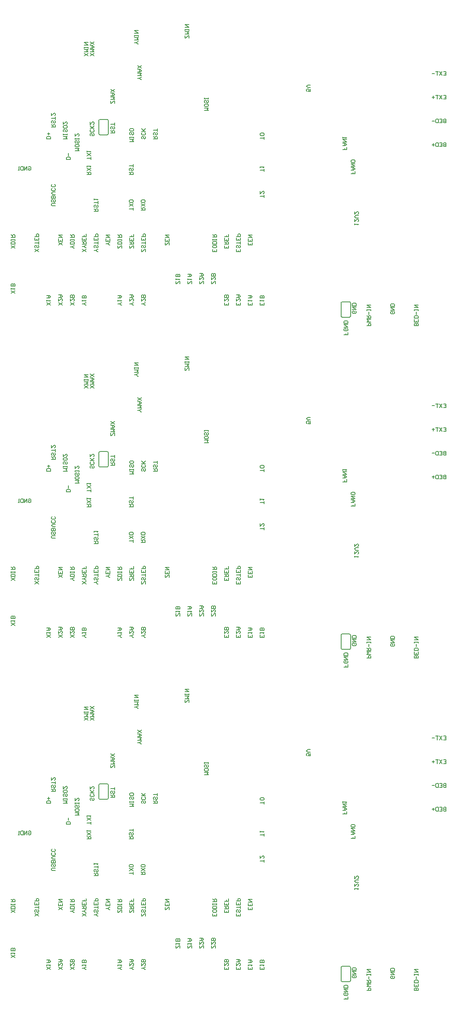
<source format=gbo>
G04 Layer_Color=32896*
%FSLAX24Y24*%
%MOIN*%
G70*
G01*
G75*
%ADD115C,0.0060*%
D115*
X20200Y29913D02*
G03*
X20300Y29813I100J0D01*
G01*
Y31113D02*
G03*
X20200Y31013I0J-100D01*
G01*
X21000D02*
G03*
X20900Y31113I-100J0D01*
G01*
Y29813D02*
G03*
X21000Y29913I0J100D01*
G01*
X41424Y15648D02*
G03*
X41324Y15748I-100J0D01*
G01*
Y14448D02*
G03*
X41424Y14548I0J100D01*
G01*
X40624D02*
G03*
X40724Y14448I100J0D01*
G01*
Y15748D02*
G03*
X40624Y15648I0J-100D01*
G01*
X21000Y29913D02*
Y31013D01*
X20300Y29813D02*
X20900D01*
X20300Y31113D02*
X20900D01*
X20200Y29913D02*
Y31013D01*
X40624Y14548D02*
Y15648D01*
X40724Y15748D02*
X41324D01*
X40724Y14448D02*
X41324D01*
X41424Y14548D02*
Y15648D01*
X13138Y20268D02*
X12818Y20482D01*
X13138D02*
X12818Y20268D01*
X13138Y20588D02*
X12818D01*
Y20748D01*
X12872Y20802D01*
X13085D01*
X13138Y20748D01*
Y20588D01*
Y20908D02*
Y21015D01*
Y20962D01*
X12818D01*
Y20908D01*
Y21015D01*
Y21175D02*
X13138D01*
Y21335D01*
X13085Y21388D01*
X12978D01*
X12925Y21335D01*
Y21175D01*
Y21282D02*
X12818Y21388D01*
X15138Y19969D02*
X14819Y20182D01*
X15138D02*
X14819Y19969D01*
X15085Y20502D02*
X15138Y20448D01*
Y20342D01*
X15085Y20288D01*
X15032D01*
X14978Y20342D01*
Y20448D01*
X14925Y20502D01*
X14872D01*
X14819Y20448D01*
Y20342D01*
X14872Y20288D01*
X15138Y20608D02*
Y20822D01*
Y20715D01*
X14819D01*
X15138Y21141D02*
Y20928D01*
X14819D01*
Y21141D01*
X14978Y20928D02*
Y21035D01*
X14819Y21248D02*
X15138D01*
Y21408D01*
X15085Y21461D01*
X14978D01*
X14925Y21408D01*
Y21248D01*
X17138Y20519D02*
X16818Y20732D01*
X17138D02*
X16818Y20519D01*
X17138Y21052D02*
Y20838D01*
X16818D01*
Y21052D01*
X16978Y20838D02*
Y20945D01*
X16818Y21158D02*
X17138D01*
X16818Y21372D01*
X17138D01*
X18138Y20268D02*
X18085D01*
X17978Y20375D01*
X18085Y20482D01*
X18138D01*
X17978Y20375D02*
X17818D01*
X18138Y20588D02*
X17818D01*
Y20748D01*
X17872Y20802D01*
X18085D01*
X18138Y20748D01*
Y20588D01*
Y20908D02*
Y21015D01*
Y20962D01*
X17818D01*
Y20908D01*
Y21015D01*
Y21175D02*
X18138D01*
Y21335D01*
X18085Y21388D01*
X17978D01*
X17925Y21335D01*
Y21175D01*
Y21282D02*
X17818Y21388D01*
X19138Y19969D02*
X18819Y20182D01*
X19138D02*
X18819Y19969D01*
X19138Y20288D02*
X19085D01*
X18978Y20395D01*
X19085Y20502D01*
X19138D01*
X18978Y20395D02*
X18819D01*
Y20608D02*
X19138D01*
Y20768D01*
X19085Y20822D01*
X18978D01*
X18925Y20768D01*
Y20608D01*
Y20715D02*
X18819Y20822D01*
X19138Y21141D02*
Y20928D01*
X18819D01*
Y21141D01*
X18978Y20928D02*
Y21035D01*
X19138Y21461D02*
Y21248D01*
X18978D01*
Y21355D01*
Y21248D01*
X18819D01*
X20138Y19969D02*
X20085D01*
X19978Y20075D01*
X20085Y20182D01*
X20138D01*
X19978Y20075D02*
X19819D01*
X20085Y20502D02*
X20138Y20448D01*
Y20342D01*
X20085Y20288D01*
X20032D01*
X19978Y20342D01*
Y20448D01*
X19925Y20502D01*
X19872D01*
X19819Y20448D01*
Y20342D01*
X19872Y20288D01*
X20138Y20608D02*
Y20822D01*
Y20715D01*
X19819D01*
X20138Y21141D02*
Y20928D01*
X19819D01*
Y21141D01*
X19978Y20928D02*
Y21035D01*
X19819Y21248D02*
X20138D01*
Y21408D01*
X20085Y21461D01*
X19978D01*
X19925Y21408D01*
Y21248D01*
X21138Y20519D02*
X21085D01*
X20978Y20625D01*
X21085Y20732D01*
X21138D01*
X20978Y20625D02*
X20819D01*
X21138Y21052D02*
Y20838D01*
X20819D01*
Y21052D01*
X20978Y20838D02*
Y20945D01*
X20819Y21158D02*
X21138D01*
X20819Y21372D01*
X21138D01*
X22138Y20268D02*
Y20482D01*
X22085D01*
X21872Y20268D01*
X21818D01*
Y20482D01*
X22138Y20588D02*
X21818D01*
Y20748D01*
X21872Y20802D01*
X22085D01*
X22138Y20748D01*
Y20588D01*
Y20908D02*
Y21015D01*
Y20962D01*
X21818D01*
Y20908D01*
Y21015D01*
Y21175D02*
X22138D01*
Y21335D01*
X22085Y21388D01*
X21978D01*
X21925Y21335D01*
Y21175D01*
Y21282D02*
X21818Y21388D01*
X23138Y20268D02*
Y20482D01*
X23085D01*
X22872Y20268D01*
X22819D01*
Y20482D01*
Y20588D02*
X23138D01*
Y20748D01*
X23085Y20802D01*
X22978D01*
X22925Y20748D01*
Y20588D01*
Y20695D02*
X22819Y20802D01*
X23138Y21122D02*
Y20908D01*
X22819D01*
Y21122D01*
X22978Y20908D02*
Y21015D01*
X23138Y21441D02*
Y21228D01*
X22978D01*
Y21335D01*
Y21228D01*
X22819D01*
X24138Y19969D02*
Y20182D01*
X24085D01*
X23872Y19969D01*
X23819D01*
Y20182D01*
X24085Y20502D02*
X24138Y20448D01*
Y20342D01*
X24085Y20288D01*
X24032D01*
X23978Y20342D01*
Y20448D01*
X23925Y20502D01*
X23872D01*
X23819Y20448D01*
Y20342D01*
X23872Y20288D01*
X24138Y20608D02*
Y20822D01*
Y20715D01*
X23819D01*
X24138Y21141D02*
Y20928D01*
X23819D01*
Y21141D01*
X23978Y20928D02*
Y21035D01*
X23819Y21248D02*
X24138D01*
Y21408D01*
X24085Y21461D01*
X23978D01*
X23925Y21408D01*
Y21248D01*
X26138Y20519D02*
Y20732D01*
X26085D01*
X25872Y20519D01*
X25819D01*
Y20732D01*
X26138Y21052D02*
Y20838D01*
X25819D01*
Y21052D01*
X25978Y20838D02*
Y20945D01*
X25819Y21158D02*
X26138D01*
X25819Y21372D01*
X26138D01*
X30138Y20182D02*
Y19969D01*
X29818D01*
Y20182D01*
X29978Y19969D02*
Y20075D01*
X30085Y20288D02*
X30138Y20342D01*
Y20448D01*
X30085Y20502D01*
X29872D01*
X29818Y20448D01*
Y20342D01*
X29872Y20288D01*
X30085D01*
X30138Y20608D02*
X29818D01*
Y20768D01*
X29872Y20822D01*
X30085D01*
X30138Y20768D01*
Y20608D01*
Y20928D02*
Y21035D01*
Y20982D01*
X29818D01*
Y20928D01*
Y21035D01*
Y21195D02*
X30138D01*
Y21355D01*
X30085Y21408D01*
X29978D01*
X29925Y21355D01*
Y21195D01*
Y21301D02*
X29818Y21408D01*
X31138Y20482D02*
Y20268D01*
X30819D01*
Y20482D01*
X30978Y20268D02*
Y20375D01*
X30819Y20588D02*
X31138D01*
Y20748D01*
X31085Y20802D01*
X30978D01*
X30925Y20748D01*
Y20588D01*
Y20695D02*
X30819Y20802D01*
X31138Y21122D02*
Y20908D01*
X30819D01*
Y21122D01*
X30978Y20908D02*
Y21015D01*
X31138Y21441D02*
Y21228D01*
X30978D01*
Y21335D01*
Y21228D01*
X30819D01*
X32138Y20182D02*
Y19969D01*
X31818D01*
Y20182D01*
X31978Y19969D02*
Y20075D01*
X32085Y20502D02*
X32138Y20448D01*
Y20342D01*
X32085Y20288D01*
X32032D01*
X31978Y20342D01*
Y20448D01*
X31925Y20502D01*
X31872D01*
X31818Y20448D01*
Y20342D01*
X31872Y20288D01*
X32138Y20608D02*
Y20822D01*
Y20715D01*
X31818D01*
X32138Y21141D02*
Y20928D01*
X31818D01*
Y21141D01*
X31978Y20928D02*
Y21035D01*
X31818Y21248D02*
X32138D01*
Y21408D01*
X32085Y21461D01*
X31978D01*
X31925Y21408D01*
Y21248D01*
X33138Y20732D02*
Y20519D01*
X32819D01*
Y20732D01*
X32978Y20519D02*
Y20625D01*
X33138Y21052D02*
Y20838D01*
X32819D01*
Y21052D01*
X32978Y20838D02*
Y20945D01*
X32819Y21158D02*
X33138D01*
X32819Y21372D01*
X33138D01*
X13138Y16468D02*
X12818Y16682D01*
X13138D02*
X12818Y16468D01*
Y16788D02*
Y16895D01*
Y16842D01*
X13138D01*
X13085Y16788D01*
X13138Y17055D02*
X12818D01*
Y17215D01*
X12872Y17268D01*
X12925D01*
X12978Y17215D01*
Y17055D01*
Y17215D01*
X13032Y17268D01*
X13085D01*
X13138Y17215D01*
Y17055D01*
X16138Y15468D02*
X15819Y15682D01*
X16138D02*
X15819Y15468D01*
Y15788D02*
Y15895D01*
Y15842D01*
X16138D01*
X16085Y15788D01*
X15819Y16055D02*
X16032D01*
X16138Y16162D01*
X16032Y16268D01*
X15819D01*
X15978D01*
Y16055D01*
X17138Y15468D02*
X16818Y15682D01*
X17138D02*
X16818Y15468D01*
Y16002D02*
Y15788D01*
X17032Y16002D01*
X17085D01*
X17138Y15948D01*
Y15842D01*
X17085Y15788D01*
X16818Y16108D02*
X17032D01*
X17138Y16215D01*
X17032Y16322D01*
X16818D01*
X16978D01*
Y16108D01*
X18138Y15468D02*
X17818Y15682D01*
X18138D02*
X17818Y15468D01*
Y16002D02*
Y15788D01*
X18032Y16002D01*
X18085D01*
X18138Y15948D01*
Y15842D01*
X18085Y15788D01*
X18138Y16108D02*
X17818D01*
Y16268D01*
X17872Y16322D01*
X17925D01*
X17978Y16268D01*
Y16108D01*
Y16268D01*
X18032Y16322D01*
X18085D01*
X18138Y16268D01*
Y16108D01*
X19138Y15468D02*
X19085D01*
X18978Y15575D01*
X19085Y15682D01*
X19138D01*
X18978Y15575D02*
X18819D01*
Y15788D02*
Y15895D01*
Y15842D01*
X19138D01*
X19085Y15788D01*
X19138Y16055D02*
X18819D01*
Y16215D01*
X18872Y16268D01*
X18925D01*
X18978Y16215D01*
Y16055D01*
Y16215D01*
X19032Y16268D01*
X19085D01*
X19138Y16215D01*
Y16055D01*
X22138Y15468D02*
X22085D01*
X21978Y15575D01*
X22085Y15682D01*
X22138D01*
X21978Y15575D02*
X21818D01*
Y15788D02*
Y15895D01*
Y15842D01*
X22138D01*
X22085Y15788D01*
X21818Y16055D02*
X22032D01*
X22138Y16162D01*
X22032Y16268D01*
X21818D01*
X21978D01*
Y16055D01*
X23138Y15468D02*
X23085D01*
X22978Y15575D01*
X23085Y15682D01*
X23138D01*
X22978Y15575D02*
X22819D01*
Y16002D02*
Y15788D01*
X23032Y16002D01*
X23085D01*
X23138Y15948D01*
Y15842D01*
X23085Y15788D01*
X22819Y16108D02*
X23032D01*
X23138Y16215D01*
X23032Y16322D01*
X22819D01*
X22978D01*
Y16108D01*
X24138Y15468D02*
X24085D01*
X23978Y15575D01*
X24085Y15682D01*
X24138D01*
X23978Y15575D02*
X23819D01*
Y16002D02*
Y15788D01*
X24032Y16002D01*
X24085D01*
X24138Y15948D01*
Y15842D01*
X24085Y15788D01*
X24138Y16108D02*
X23819D01*
Y16268D01*
X23872Y16322D01*
X23925D01*
X23978Y16268D01*
Y16108D01*
Y16268D01*
X24032Y16322D01*
X24085D01*
X24138Y16268D01*
Y16108D01*
X27038Y17269D02*
Y17482D01*
X26985D01*
X26772Y17269D01*
X26718D01*
Y17482D01*
Y17588D02*
Y17695D01*
Y17642D01*
X27038D01*
X26985Y17588D01*
X27038Y17855D02*
X26718D01*
Y18015D01*
X26772Y18068D01*
X26825D01*
X26878Y18015D01*
Y17855D01*
Y18015D01*
X26932Y18068D01*
X26985D01*
X27038Y18015D01*
Y17855D01*
X28038Y17269D02*
Y17482D01*
X27985D01*
X27772Y17269D01*
X27719D01*
Y17482D01*
Y17588D02*
Y17695D01*
Y17642D01*
X28038D01*
X27985Y17588D01*
X27719Y17855D02*
X27932D01*
X28038Y17962D01*
X27932Y18068D01*
X27719D01*
X27878D01*
Y17855D01*
X29038Y17269D02*
Y17482D01*
X28985D01*
X28772Y17269D01*
X28719D01*
Y17482D01*
Y17802D02*
Y17588D01*
X28932Y17802D01*
X28985D01*
X29038Y17748D01*
Y17642D01*
X28985Y17588D01*
X28719Y17908D02*
X28932D01*
X29038Y18015D01*
X28932Y18122D01*
X28719D01*
X28878D01*
Y17908D01*
X30038Y17269D02*
Y17482D01*
X29985D01*
X29772Y17269D01*
X29718D01*
Y17482D01*
Y17802D02*
Y17588D01*
X29932Y17802D01*
X29985D01*
X30038Y17748D01*
Y17642D01*
X29985Y17588D01*
X30038Y17908D02*
X29718D01*
Y18068D01*
X29772Y18122D01*
X29825D01*
X29878Y18068D01*
Y17908D01*
Y18068D01*
X29932Y18122D01*
X29985D01*
X30038Y18068D01*
Y17908D01*
X31138Y15682D02*
Y15468D01*
X30819D01*
Y15682D01*
X30978Y15468D02*
Y15575D01*
X30819Y16002D02*
Y15788D01*
X31032Y16002D01*
X31085D01*
X31138Y15948D01*
Y15842D01*
X31085Y15788D01*
X31138Y16108D02*
X30819D01*
Y16268D01*
X30872Y16322D01*
X30925D01*
X30978Y16268D01*
Y16108D01*
Y16268D01*
X31032Y16322D01*
X31085D01*
X31138Y16268D01*
Y16108D01*
X32138Y15682D02*
Y15468D01*
X31818D01*
Y15682D01*
X31978Y15468D02*
Y15575D01*
X31818Y16002D02*
Y15788D01*
X32032Y16002D01*
X32085D01*
X32138Y15948D01*
Y15842D01*
X32085Y15788D01*
X31818Y16108D02*
X32032D01*
X32138Y16215D01*
X32032Y16322D01*
X31818D01*
X31978D01*
Y16108D01*
X33138Y15682D02*
Y15468D01*
X32819D01*
Y15682D01*
X32978Y15468D02*
Y15575D01*
X32819Y15788D02*
Y15895D01*
Y15842D01*
X33138D01*
X33085Y15788D01*
X32819Y16055D02*
X33032D01*
X33138Y16162D01*
X33032Y16268D01*
X32819D01*
X32978D01*
Y16055D01*
X34138Y15682D02*
Y15468D01*
X33819D01*
Y15682D01*
X33978Y15468D02*
Y15575D01*
X33819Y15788D02*
Y15895D01*
Y15842D01*
X34138D01*
X34085Y15788D01*
X34138Y16055D02*
X33819D01*
Y16215D01*
X33872Y16268D01*
X33925D01*
X33978Y16215D01*
Y16055D01*
Y16215D01*
X34032Y16268D01*
X34085D01*
X34138Y16215D01*
Y16055D01*
X41188Y13182D02*
Y12968D01*
X41028D01*
Y13075D01*
Y12968D01*
X40869D01*
X41135Y13502D02*
X41188Y13448D01*
Y13342D01*
X41135Y13288D01*
X40922D01*
X40869Y13342D01*
Y13448D01*
X40922Y13502D01*
X41028D01*
Y13395D01*
X40869Y13608D02*
X41188D01*
X40869Y13822D01*
X41188D01*
Y13928D02*
X40869D01*
Y14088D01*
X40922Y14141D01*
X41135D01*
X41188Y14088D01*
Y13928D01*
X41835Y14982D02*
X41888Y14928D01*
Y14822D01*
X41835Y14769D01*
X41622D01*
X41568Y14822D01*
Y14928D01*
X41622Y14982D01*
X41728D01*
Y14875D01*
X41568Y15088D02*
X41888D01*
X41568Y15302D01*
X41888D01*
Y15408D02*
X41568D01*
Y15568D01*
X41622Y15622D01*
X41835D01*
X41888Y15568D01*
Y15408D01*
X42818Y13719D02*
X43138D01*
Y13878D01*
X43085Y13932D01*
X42978D01*
X42925Y13878D01*
Y13719D01*
X43138Y14038D02*
X42818D01*
X42925Y14145D01*
X42818Y14252D01*
X43138D01*
X42818Y14358D02*
X43138D01*
Y14518D01*
X43085Y14572D01*
X42978D01*
X42925Y14518D01*
Y14358D01*
Y14465D02*
X42818Y14572D01*
X42978Y14678D02*
Y14891D01*
X43138Y14998D02*
Y15105D01*
Y15051D01*
X42818D01*
Y14998D01*
Y15105D01*
Y15265D02*
X43138D01*
X42818Y15478D01*
X43138D01*
X45085Y14932D02*
X45138Y14878D01*
Y14772D01*
X45085Y14719D01*
X44872D01*
X44819Y14772D01*
Y14878D01*
X44872Y14932D01*
X44978D01*
Y14825D01*
X44819Y15038D02*
X45138D01*
X44819Y15252D01*
X45138D01*
Y15358D02*
X44819D01*
Y15518D01*
X44872Y15572D01*
X45085D01*
X45138Y15518D01*
Y15358D01*
X47138Y13719D02*
X46818D01*
Y13878D01*
X46872Y13932D01*
X46925D01*
X46978Y13878D01*
Y13719D01*
Y13878D01*
X47032Y13932D01*
X47085D01*
X47138Y13878D01*
Y13719D01*
Y14252D02*
Y14038D01*
X46818D01*
Y14252D01*
X46978Y14038D02*
Y14145D01*
X47138Y14358D02*
X46818D01*
Y14518D01*
X46872Y14572D01*
X47085D01*
X47138Y14518D01*
Y14358D01*
X46978Y14678D02*
Y14891D01*
X47138Y14998D02*
Y15105D01*
Y15051D01*
X46818D01*
Y14998D01*
Y15105D01*
Y15265D02*
X47138D01*
X46818Y15478D01*
X47138D01*
X41768Y22218D02*
Y22325D01*
Y22272D01*
X42088D01*
X42035Y22218D01*
X41768Y22698D02*
Y22485D01*
X41982Y22698D01*
X42035D01*
X42088Y22645D01*
Y22538D01*
X42035Y22485D01*
X42088Y22805D02*
X41875D01*
X41768Y22912D01*
X41875Y23018D01*
X42088D01*
X41768Y23338D02*
Y23125D01*
X41982Y23338D01*
X42035D01*
X42088Y23285D01*
Y23178D01*
X42035Y23125D01*
X41788Y26732D02*
Y26518D01*
X41628D01*
Y26625D01*
Y26518D01*
X41469D01*
Y26838D02*
X41682D01*
X41788Y26945D01*
X41682Y27052D01*
X41469D01*
X41628D01*
Y26838D01*
X41469Y27158D02*
X41788D01*
X41469Y27372D01*
X41788D01*
X41735Y27478D02*
X41788Y27532D01*
Y27638D01*
X41735Y27691D01*
X41522D01*
X41469Y27638D01*
Y27532D01*
X41522Y27478D01*
X41735D01*
X41088Y28782D02*
Y28568D01*
X40928D01*
Y28675D01*
Y28568D01*
X40768D01*
Y28888D02*
X40982D01*
X41088Y28995D01*
X40982Y29102D01*
X40768D01*
X40928D01*
Y28888D01*
X40768Y29208D02*
X41088D01*
X40768Y29422D01*
X41088D01*
X40768Y29528D02*
Y29635D01*
Y29582D01*
X41088D01*
X41035Y29528D01*
X34138Y29418D02*
Y29632D01*
Y29525D01*
X33819D01*
X34085Y29738D02*
X34138Y29792D01*
Y29898D01*
X34085Y29952D01*
X33872D01*
X33819Y29898D01*
Y29792D01*
X33872Y29738D01*
X34085D01*
X34138Y26718D02*
Y26932D01*
Y26825D01*
X33819D01*
Y27038D02*
Y27145D01*
Y27092D01*
X34138D01*
X34085Y27038D01*
X34138Y24518D02*
Y24732D01*
Y24625D01*
X33819D01*
Y25052D02*
Y24838D01*
X34032Y25052D01*
X34085D01*
X34138Y24998D01*
Y24892D01*
X34085Y24838D01*
X23768Y23468D02*
X24088D01*
Y23628D01*
X24035Y23682D01*
X23928D01*
X23875Y23628D01*
Y23468D01*
Y23575D02*
X23768Y23682D01*
X24088Y23788D02*
X23768Y24002D01*
X24088D02*
X23768Y23788D01*
X24035Y24108D02*
X24088Y24162D01*
Y24268D01*
X24035Y24322D01*
X23822D01*
X23768Y24268D01*
Y24162D01*
X23822Y24108D01*
X24035D01*
X23088Y23468D02*
Y23682D01*
Y23575D01*
X22768D01*
X23088Y23788D02*
X22768Y24002D01*
X23088D02*
X22768Y23788D01*
X23035Y24108D02*
X23088Y24162D01*
Y24268D01*
X23035Y24322D01*
X22822D01*
X22768Y24268D01*
Y24162D01*
X22822Y24108D01*
X23035D01*
X22768Y26469D02*
X23088D01*
Y26628D01*
X23035Y26682D01*
X22928D01*
X22875Y26628D01*
Y26469D01*
Y26575D02*
X22768Y26682D01*
X23035Y27002D02*
X23088Y26948D01*
Y26842D01*
X23035Y26788D01*
X22982D01*
X22928Y26842D01*
Y26948D01*
X22875Y27002D01*
X22822D01*
X22768Y26948D01*
Y26842D01*
X22822Y26788D01*
X23088Y27108D02*
Y27322D01*
Y27215D01*
X22768D01*
X19819Y23368D02*
X20138D01*
Y23528D01*
X20085Y23582D01*
X19978D01*
X19925Y23528D01*
Y23368D01*
Y23475D02*
X19819Y23582D01*
X20085Y23902D02*
X20138Y23848D01*
Y23742D01*
X20085Y23688D01*
X20032D01*
X19978Y23742D01*
Y23848D01*
X19925Y23902D01*
X19872D01*
X19819Y23848D01*
Y23742D01*
X19872Y23688D01*
X20138Y24008D02*
Y24222D01*
Y24115D01*
X19819D01*
Y24328D02*
Y24435D01*
Y24382D01*
X20138D01*
X20085Y24328D01*
X19218Y26469D02*
X19538D01*
Y26628D01*
X19485Y26682D01*
X19378D01*
X19325Y26628D01*
Y26469D01*
Y26575D02*
X19218Y26682D01*
X19538Y26788D02*
X19218Y27002D01*
X19538D02*
X19218Y26788D01*
Y27108D02*
Y27215D01*
Y27162D01*
X19538D01*
X19485Y27108D01*
X19538Y27719D02*
Y27932D01*
Y27825D01*
X19218D01*
X19538Y28038D02*
X19218Y28252D01*
X19538D02*
X19218Y28038D01*
Y28358D02*
Y28465D01*
Y28412D01*
X19538D01*
X19485Y28358D01*
X18218Y28468D02*
X18538D01*
X18432Y28575D01*
X18538Y28682D01*
X18218D01*
X18538Y28948D02*
Y28842D01*
X18485Y28788D01*
X18272D01*
X18218Y28842D01*
Y28948D01*
X18272Y29002D01*
X18485D01*
X18538Y28948D01*
X18485Y29322D02*
X18538Y29268D01*
Y29162D01*
X18485Y29108D01*
X18432D01*
X18378Y29162D01*
Y29268D01*
X18325Y29322D01*
X18272D01*
X18218Y29268D01*
Y29162D01*
X18272Y29108D01*
X18538Y29428D02*
Y29535D01*
Y29482D01*
X18218D01*
Y29428D01*
Y29535D01*
Y29908D02*
Y29695D01*
X18432Y29908D01*
X18485D01*
X18538Y29855D01*
Y29748D01*
X18485Y29695D01*
X19735Y29932D02*
X19788Y29878D01*
Y29772D01*
X19735Y29718D01*
X19682D01*
X19628Y29772D01*
Y29878D01*
X19575Y29932D01*
X19522D01*
X19468Y29878D01*
Y29772D01*
X19522Y29718D01*
X19735Y30252D02*
X19788Y30198D01*
Y30092D01*
X19735Y30038D01*
X19522D01*
X19468Y30092D01*
Y30198D01*
X19522Y30252D01*
X19788Y30358D02*
X19468D01*
X19575D01*
X19788Y30572D01*
X19628Y30412D01*
X19468Y30572D01*
Y30891D02*
Y30678D01*
X19682Y30891D01*
X19735D01*
X19788Y30838D01*
Y30732D01*
X19735Y30678D01*
X17219Y29469D02*
X17538D01*
X17432Y29575D01*
X17538Y29682D01*
X17219D01*
X17538Y29788D02*
Y29895D01*
Y29842D01*
X17219D01*
Y29788D01*
Y29895D01*
X17485Y30268D02*
X17538Y30215D01*
Y30108D01*
X17485Y30055D01*
X17432D01*
X17378Y30108D01*
Y30215D01*
X17325Y30268D01*
X17272D01*
X17219Y30215D01*
Y30108D01*
X17272Y30055D01*
X17538Y30535D02*
Y30428D01*
X17485Y30375D01*
X17272D01*
X17219Y30428D01*
Y30535D01*
X17272Y30588D01*
X17485D01*
X17538Y30535D01*
X17219Y30908D02*
Y30695D01*
X17432Y30908D01*
X17485D01*
X17538Y30855D01*
Y30748D01*
X17485Y30695D01*
X21219Y29969D02*
X21538D01*
Y30128D01*
X21485Y30182D01*
X21378D01*
X21325Y30128D01*
Y29969D01*
Y30075D02*
X21219Y30182D01*
X21485Y30502D02*
X21538Y30448D01*
Y30342D01*
X21485Y30288D01*
X21432D01*
X21378Y30342D01*
Y30448D01*
X21325Y30502D01*
X21272D01*
X21219Y30448D01*
Y30342D01*
X21272Y30288D01*
X21538Y30608D02*
Y30822D01*
Y30715D01*
X21219D01*
X16219Y30468D02*
X16538D01*
Y30628D01*
X16485Y30682D01*
X16378D01*
X16325Y30628D01*
Y30468D01*
Y30575D02*
X16219Y30682D01*
X16485Y31002D02*
X16538Y30948D01*
Y30842D01*
X16485Y30788D01*
X16432D01*
X16378Y30842D01*
Y30948D01*
X16325Y31002D01*
X16272D01*
X16219Y30948D01*
Y30842D01*
X16272Y30788D01*
X16538Y31108D02*
Y31322D01*
Y31215D01*
X16219D01*
Y31641D02*
Y31428D01*
X16432Y31641D01*
X16485D01*
X16538Y31588D01*
Y31482D01*
X16485Y31428D01*
X19288Y36469D02*
X18968Y36682D01*
X19288D02*
X18968Y36469D01*
Y36788D02*
X19288D01*
X19182Y36895D01*
X19288Y37002D01*
X18968D01*
X19288Y37108D02*
Y37215D01*
Y37162D01*
X18968D01*
Y37108D01*
Y37215D01*
Y37375D02*
X19288D01*
X18968Y37588D01*
X19288D01*
X19788Y36469D02*
X19468Y36682D01*
X19788D02*
X19468Y36469D01*
Y36788D02*
X19788D01*
X19682Y36895D01*
X19788Y37002D01*
X19468D01*
Y37108D02*
X19682D01*
X19788Y37215D01*
X19682Y37322D01*
X19468D01*
X19628D01*
Y37108D01*
X19788Y37428D02*
X19468Y37641D01*
X19788D02*
X19468Y37428D01*
X23538Y37469D02*
X23485D01*
X23378Y37575D01*
X23485Y37682D01*
X23538D01*
X23378Y37575D02*
X23219D01*
Y37788D02*
X23538D01*
X23432Y37895D01*
X23538Y38002D01*
X23219D01*
X23538Y38108D02*
Y38215D01*
Y38162D01*
X23219D01*
Y38108D01*
Y38215D01*
Y38375D02*
X23538D01*
X23219Y38588D01*
X23538D01*
X23788Y34469D02*
X23735D01*
X23628Y34575D01*
X23735Y34682D01*
X23788D01*
X23628Y34575D02*
X23468D01*
Y34788D02*
X23788D01*
X23682Y34895D01*
X23788Y35002D01*
X23468D01*
Y35108D02*
X23682D01*
X23788Y35215D01*
X23682Y35322D01*
X23468D01*
X23628D01*
Y35108D01*
X23788Y35428D02*
X23468Y35641D01*
X23788D02*
X23468Y35428D01*
X27788Y37968D02*
Y38182D01*
X27735D01*
X27522Y37968D01*
X27469D01*
Y38182D01*
Y38288D02*
X27788D01*
X27682Y38395D01*
X27788Y38502D01*
X27469D01*
X27788Y38608D02*
Y38715D01*
Y38662D01*
X27469D01*
Y38608D01*
Y38715D01*
Y38875D02*
X27788D01*
X27469Y39088D01*
X27788D01*
X21538Y32469D02*
Y32682D01*
X21485D01*
X21272Y32469D01*
X21219D01*
Y32682D01*
Y32788D02*
X21538D01*
X21432Y32895D01*
X21538Y33002D01*
X21219D01*
Y33108D02*
X21432D01*
X21538Y33215D01*
X21432Y33322D01*
X21219D01*
X21378D01*
Y33108D01*
X21538Y33428D02*
X21219Y33641D01*
X21538D02*
X21219Y33428D01*
X22819Y29218D02*
X23138D01*
X23032Y29325D01*
X23138Y29432D01*
X22819D01*
X23138Y29538D02*
Y29645D01*
Y29592D01*
X22819D01*
Y29538D01*
Y29645D01*
X23085Y30018D02*
X23138Y29965D01*
Y29858D01*
X23085Y29805D01*
X23032D01*
X22978Y29858D01*
Y29965D01*
X22925Y30018D01*
X22872D01*
X22819Y29965D01*
Y29858D01*
X22872Y29805D01*
X23138Y30285D02*
Y30178D01*
X23085Y30125D01*
X22872D01*
X22819Y30178D01*
Y30285D01*
X22872Y30338D01*
X23085D01*
X23138Y30285D01*
X24085Y29682D02*
X24138Y29628D01*
Y29522D01*
X24085Y29469D01*
X24032D01*
X23978Y29522D01*
Y29628D01*
X23925Y29682D01*
X23872D01*
X23819Y29628D01*
Y29522D01*
X23872Y29469D01*
X24085Y30002D02*
X24138Y29948D01*
Y29842D01*
X24085Y29788D01*
X23872D01*
X23819Y29842D01*
Y29948D01*
X23872Y30002D01*
X24138Y30108D02*
X23819D01*
X23925D01*
X24138Y30322D01*
X23978Y30162D01*
X23819Y30322D01*
X24818Y29469D02*
X25138D01*
Y29628D01*
X25085Y29682D01*
X24978D01*
X24925Y29628D01*
Y29469D01*
Y29575D02*
X24818Y29682D01*
X25085Y30002D02*
X25138Y29948D01*
Y29842D01*
X25085Y29788D01*
X25032D01*
X24978Y29842D01*
Y29948D01*
X24925Y30002D01*
X24872D01*
X24818Y29948D01*
Y29842D01*
X24872Y29788D01*
X25138Y30108D02*
Y30322D01*
Y30215D01*
X24818D01*
X29118Y31869D02*
X29438D01*
X29332Y31975D01*
X29438Y32082D01*
X29118D01*
X29438Y32348D02*
Y32242D01*
X29385Y32188D01*
X29172D01*
X29118Y32242D01*
Y32348D01*
X29172Y32402D01*
X29385D01*
X29438Y32348D01*
X29385Y32722D02*
X29438Y32668D01*
Y32562D01*
X29385Y32508D01*
X29332D01*
X29278Y32562D01*
Y32668D01*
X29225Y32722D01*
X29172D01*
X29118Y32668D01*
Y32562D01*
X29172Y32508D01*
X29438Y32828D02*
Y32935D01*
Y32882D01*
X29118D01*
Y32828D01*
Y32935D01*
X38038Y33682D02*
Y33468D01*
X37878D01*
X37932Y33575D01*
Y33628D01*
X37878Y33682D01*
X37772D01*
X37719Y33628D01*
Y33522D01*
X37772Y33468D01*
X38038Y33788D02*
X37825D01*
X37719Y33895D01*
X37825Y34002D01*
X38038D01*
X16138Y29469D02*
X15819D01*
Y29628D01*
X15872Y29682D01*
X16085D01*
X16138Y29628D01*
Y29469D01*
X15978Y29788D02*
Y30002D01*
X16085Y29895D02*
X15872D01*
X17788Y27719D02*
X17469D01*
Y27878D01*
X17522Y27932D01*
X17735D01*
X17788Y27878D01*
Y27719D01*
X17628Y28038D02*
Y28252D01*
X14255Y27085D02*
X14309Y27138D01*
X14415D01*
X14468Y27085D01*
Y26872D01*
X14415Y26818D01*
X14309D01*
X14255Y26872D01*
Y26978D01*
X14362D01*
X14149Y26818D02*
Y27138D01*
X13935Y26818D01*
Y27138D01*
X13829D02*
Y26818D01*
X13669D01*
X13615Y26872D01*
Y27085D01*
X13669Y27138D01*
X13829D01*
X13509Y26818D02*
X13402D01*
X13455D01*
Y27138D01*
X13509Y27085D01*
X16538Y23819D02*
X16272D01*
X16219Y23872D01*
Y23978D01*
X16272Y24032D01*
X16538D01*
X16485Y24352D02*
X16538Y24298D01*
Y24192D01*
X16485Y24138D01*
X16432D01*
X16378Y24192D01*
Y24298D01*
X16325Y24352D01*
X16272D01*
X16219Y24298D01*
Y24192D01*
X16272Y24138D01*
X16538Y24458D02*
X16219D01*
Y24618D01*
X16272Y24672D01*
X16325D01*
X16378Y24618D01*
Y24458D01*
Y24618D01*
X16432Y24672D01*
X16485D01*
X16538Y24618D01*
Y24458D01*
Y24778D02*
X16325D01*
X16219Y24885D01*
X16325Y24991D01*
X16538D01*
X16485Y25311D02*
X16538Y25258D01*
Y25151D01*
X16485Y25098D01*
X16272D01*
X16219Y25151D01*
Y25258D01*
X16272Y25311D01*
X16485Y25631D02*
X16538Y25578D01*
Y25471D01*
X16485Y25418D01*
X16272D01*
X16219Y25471D01*
Y25578D01*
X16272Y25631D01*
X49468Y29138D02*
Y28819D01*
X49309D01*
X49255Y28872D01*
Y28925D01*
X49309Y28978D01*
X49468D01*
X49309D01*
X49255Y29032D01*
Y29085D01*
X49309Y29138D01*
X49468D01*
X48935D02*
X49149D01*
Y28819D01*
X48935D01*
X49149Y28978D02*
X49042D01*
X48829Y29138D02*
Y28819D01*
X48669D01*
X48615Y28872D01*
Y29085D01*
X48669Y29138D01*
X48829D01*
X48509Y28978D02*
X48296D01*
X48402Y29085D02*
Y28872D01*
X49468Y31138D02*
Y30819D01*
X49309D01*
X49255Y30872D01*
Y30925D01*
X49309Y30978D01*
X49468D01*
X49309D01*
X49255Y31032D01*
Y31085D01*
X49309Y31138D01*
X49468D01*
X48935D02*
X49149D01*
Y30819D01*
X48935D01*
X49149Y30978D02*
X49042D01*
X48829Y31138D02*
Y30819D01*
X48669D01*
X48615Y30872D01*
Y31085D01*
X48669Y31138D01*
X48829D01*
X48509Y30978D02*
X48296D01*
X49255Y33138D02*
X49468D01*
Y32819D01*
X49255D01*
X49468Y32978D02*
X49362D01*
X49149Y33138D02*
X48935Y32819D01*
Y33138D02*
X49149Y32819D01*
X48829Y33138D02*
X48615D01*
X48722D01*
Y32819D01*
X48509Y32978D02*
X48296D01*
X48402Y33085D02*
Y32872D01*
X49255Y35138D02*
X49468D01*
Y34818D01*
X49255D01*
X49468Y34978D02*
X49362D01*
X49149Y35138D02*
X48935Y34818D01*
Y35138D02*
X49149Y34818D01*
X48829Y35138D02*
X48615D01*
X48722D01*
Y34818D01*
X48509Y34978D02*
X48296D01*
X20200Y57905D02*
G03*
X20300Y57805I100J0D01*
G01*
Y59105D02*
G03*
X20200Y59005I0J-100D01*
G01*
X21000D02*
G03*
X20900Y59105I-100J0D01*
G01*
Y57805D02*
G03*
X21000Y57905I0J100D01*
G01*
X41424Y43641D02*
G03*
X41324Y43741I-100J0D01*
G01*
Y42441D02*
G03*
X41424Y42541I0J100D01*
G01*
X40624D02*
G03*
X40724Y42441I100J0D01*
G01*
Y43741D02*
G03*
X40624Y43641I0J-100D01*
G01*
X21000Y57905D02*
Y59005D01*
X20300Y57805D02*
X20900D01*
X20300Y59105D02*
X20900D01*
X20200Y57905D02*
Y59005D01*
X40624Y42541D02*
Y43641D01*
X40724Y43741D02*
X41324D01*
X40724Y42441D02*
X41324D01*
X41424Y42541D02*
Y43641D01*
X13138Y48261D02*
X12818Y48474D01*
X13138D02*
X12818Y48261D01*
X13138Y48581D02*
X12818D01*
Y48740D01*
X12872Y48794D01*
X13085D01*
X13138Y48740D01*
Y48581D01*
Y48900D02*
Y49007D01*
Y48954D01*
X12818D01*
Y48900D01*
Y49007D01*
Y49167D02*
X13138D01*
Y49327D01*
X13085Y49380D01*
X12978D01*
X12925Y49327D01*
Y49167D01*
Y49274D02*
X12818Y49380D01*
X15138Y47961D02*
X14819Y48174D01*
X15138D02*
X14819Y47961D01*
X15085Y48494D02*
X15138Y48440D01*
Y48334D01*
X15085Y48281D01*
X15032D01*
X14978Y48334D01*
Y48440D01*
X14925Y48494D01*
X14872D01*
X14819Y48440D01*
Y48334D01*
X14872Y48281D01*
X15138Y48600D02*
Y48814D01*
Y48707D01*
X14819D01*
X15138Y49134D02*
Y48920D01*
X14819D01*
Y49134D01*
X14978Y48920D02*
Y49027D01*
X14819Y49240D02*
X15138D01*
Y49400D01*
X15085Y49453D01*
X14978D01*
X14925Y49400D01*
Y49240D01*
X17138Y48511D02*
X16818Y48724D01*
X17138D02*
X16818Y48511D01*
X17138Y49044D02*
Y48831D01*
X16818D01*
Y49044D01*
X16978Y48831D02*
Y48937D01*
X16818Y49150D02*
X17138D01*
X16818Y49364D01*
X17138D01*
X18138Y48261D02*
X18085D01*
X17978Y48367D01*
X18085Y48474D01*
X18138D01*
X17978Y48367D02*
X17818D01*
X18138Y48581D02*
X17818D01*
Y48740D01*
X17872Y48794D01*
X18085D01*
X18138Y48740D01*
Y48581D01*
Y48900D02*
Y49007D01*
Y48954D01*
X17818D01*
Y48900D01*
Y49007D01*
Y49167D02*
X18138D01*
Y49327D01*
X18085Y49380D01*
X17978D01*
X17925Y49327D01*
Y49167D01*
Y49274D02*
X17818Y49380D01*
X19138Y47961D02*
X18819Y48174D01*
X19138D02*
X18819Y47961D01*
X19138Y48281D02*
X19085D01*
X18978Y48387D01*
X19085Y48494D01*
X19138D01*
X18978Y48387D02*
X18819D01*
Y48600D02*
X19138D01*
Y48760D01*
X19085Y48814D01*
X18978D01*
X18925Y48760D01*
Y48600D01*
Y48707D02*
X18819Y48814D01*
X19138Y49134D02*
Y48920D01*
X18819D01*
Y49134D01*
X18978Y48920D02*
Y49027D01*
X19138Y49453D02*
Y49240D01*
X18978D01*
Y49347D01*
Y49240D01*
X18819D01*
X20138Y47961D02*
X20085D01*
X19978Y48067D01*
X20085Y48174D01*
X20138D01*
X19978Y48067D02*
X19819D01*
X20085Y48494D02*
X20138Y48440D01*
Y48334D01*
X20085Y48281D01*
X20032D01*
X19978Y48334D01*
Y48440D01*
X19925Y48494D01*
X19872D01*
X19819Y48440D01*
Y48334D01*
X19872Y48281D01*
X20138Y48600D02*
Y48814D01*
Y48707D01*
X19819D01*
X20138Y49134D02*
Y48920D01*
X19819D01*
Y49134D01*
X19978Y48920D02*
Y49027D01*
X19819Y49240D02*
X20138D01*
Y49400D01*
X20085Y49453D01*
X19978D01*
X19925Y49400D01*
Y49240D01*
X21138Y48511D02*
X21085D01*
X20978Y48617D01*
X21085Y48724D01*
X21138D01*
X20978Y48617D02*
X20819D01*
X21138Y49044D02*
Y48831D01*
X20819D01*
Y49044D01*
X20978Y48831D02*
Y48937D01*
X20819Y49150D02*
X21138D01*
X20819Y49364D01*
X21138D01*
X22138Y48261D02*
Y48474D01*
X22085D01*
X21872Y48261D01*
X21818D01*
Y48474D01*
X22138Y48581D02*
X21818D01*
Y48740D01*
X21872Y48794D01*
X22085D01*
X22138Y48740D01*
Y48581D01*
Y48900D02*
Y49007D01*
Y48954D01*
X21818D01*
Y48900D01*
Y49007D01*
Y49167D02*
X22138D01*
Y49327D01*
X22085Y49380D01*
X21978D01*
X21925Y49327D01*
Y49167D01*
Y49274D02*
X21818Y49380D01*
X23138Y48261D02*
Y48474D01*
X23085D01*
X22872Y48261D01*
X22819D01*
Y48474D01*
Y48581D02*
X23138D01*
Y48740D01*
X23085Y48794D01*
X22978D01*
X22925Y48740D01*
Y48581D01*
Y48687D02*
X22819Y48794D01*
X23138Y49114D02*
Y48900D01*
X22819D01*
Y49114D01*
X22978Y48900D02*
Y49007D01*
X23138Y49434D02*
Y49220D01*
X22978D01*
Y49327D01*
Y49220D01*
X22819D01*
X24138Y47961D02*
Y48174D01*
X24085D01*
X23872Y47961D01*
X23819D01*
Y48174D01*
X24085Y48494D02*
X24138Y48440D01*
Y48334D01*
X24085Y48281D01*
X24032D01*
X23978Y48334D01*
Y48440D01*
X23925Y48494D01*
X23872D01*
X23819Y48440D01*
Y48334D01*
X23872Y48281D01*
X24138Y48600D02*
Y48814D01*
Y48707D01*
X23819D01*
X24138Y49134D02*
Y48920D01*
X23819D01*
Y49134D01*
X23978Y48920D02*
Y49027D01*
X23819Y49240D02*
X24138D01*
Y49400D01*
X24085Y49453D01*
X23978D01*
X23925Y49400D01*
Y49240D01*
X26138Y48511D02*
Y48724D01*
X26085D01*
X25872Y48511D01*
X25819D01*
Y48724D01*
X26138Y49044D02*
Y48831D01*
X25819D01*
Y49044D01*
X25978Y48831D02*
Y48937D01*
X25819Y49150D02*
X26138D01*
X25819Y49364D01*
X26138D01*
X30138Y48174D02*
Y47961D01*
X29818D01*
Y48174D01*
X29978Y47961D02*
Y48067D01*
X30085Y48281D02*
X30138Y48334D01*
Y48440D01*
X30085Y48494D01*
X29872D01*
X29818Y48440D01*
Y48334D01*
X29872Y48281D01*
X30085D01*
X30138Y48600D02*
X29818D01*
Y48760D01*
X29872Y48814D01*
X30085D01*
X30138Y48760D01*
Y48600D01*
Y48920D02*
Y49027D01*
Y48974D01*
X29818D01*
Y48920D01*
Y49027D01*
Y49187D02*
X30138D01*
Y49347D01*
X30085Y49400D01*
X29978D01*
X29925Y49347D01*
Y49187D01*
Y49294D02*
X29818Y49400D01*
X31138Y48474D02*
Y48261D01*
X30819D01*
Y48474D01*
X30978Y48261D02*
Y48367D01*
X30819Y48581D02*
X31138D01*
Y48740D01*
X31085Y48794D01*
X30978D01*
X30925Y48740D01*
Y48581D01*
Y48687D02*
X30819Y48794D01*
X31138Y49114D02*
Y48900D01*
X30819D01*
Y49114D01*
X30978Y48900D02*
Y49007D01*
X31138Y49434D02*
Y49220D01*
X30978D01*
Y49327D01*
Y49220D01*
X30819D01*
X32138Y48174D02*
Y47961D01*
X31818D01*
Y48174D01*
X31978Y47961D02*
Y48067D01*
X32085Y48494D02*
X32138Y48440D01*
Y48334D01*
X32085Y48281D01*
X32032D01*
X31978Y48334D01*
Y48440D01*
X31925Y48494D01*
X31872D01*
X31818Y48440D01*
Y48334D01*
X31872Y48281D01*
X32138Y48600D02*
Y48814D01*
Y48707D01*
X31818D01*
X32138Y49134D02*
Y48920D01*
X31818D01*
Y49134D01*
X31978Y48920D02*
Y49027D01*
X31818Y49240D02*
X32138D01*
Y49400D01*
X32085Y49453D01*
X31978D01*
X31925Y49400D01*
Y49240D01*
X33138Y48724D02*
Y48511D01*
X32819D01*
Y48724D01*
X32978Y48511D02*
Y48617D01*
X33138Y49044D02*
Y48831D01*
X32819D01*
Y49044D01*
X32978Y48831D02*
Y48937D01*
X32819Y49150D02*
X33138D01*
X32819Y49364D01*
X33138D01*
X13138Y44461D02*
X12818Y44674D01*
X13138D02*
X12818Y44461D01*
Y44781D02*
Y44887D01*
Y44834D01*
X13138D01*
X13085Y44781D01*
X13138Y45047D02*
X12818D01*
Y45207D01*
X12872Y45260D01*
X12925D01*
X12978Y45207D01*
Y45047D01*
Y45207D01*
X13032Y45260D01*
X13085D01*
X13138Y45207D01*
Y45047D01*
X16138Y43461D02*
X15819Y43674D01*
X16138D02*
X15819Y43461D01*
Y43781D02*
Y43887D01*
Y43834D01*
X16138D01*
X16085Y43781D01*
X15819Y44047D02*
X16032D01*
X16138Y44154D01*
X16032Y44260D01*
X15819D01*
X15978D01*
Y44047D01*
X17138Y43461D02*
X16818Y43674D01*
X17138D02*
X16818Y43461D01*
Y43994D02*
Y43781D01*
X17032Y43994D01*
X17085D01*
X17138Y43940D01*
Y43834D01*
X17085Y43781D01*
X16818Y44100D02*
X17032D01*
X17138Y44207D01*
X17032Y44314D01*
X16818D01*
X16978D01*
Y44100D01*
X18138Y43461D02*
X17818Y43674D01*
X18138D02*
X17818Y43461D01*
Y43994D02*
Y43781D01*
X18032Y43994D01*
X18085D01*
X18138Y43940D01*
Y43834D01*
X18085Y43781D01*
X18138Y44100D02*
X17818D01*
Y44260D01*
X17872Y44314D01*
X17925D01*
X17978Y44260D01*
Y44100D01*
Y44260D01*
X18032Y44314D01*
X18085D01*
X18138Y44260D01*
Y44100D01*
X19138Y43461D02*
X19085D01*
X18978Y43567D01*
X19085Y43674D01*
X19138D01*
X18978Y43567D02*
X18819D01*
Y43781D02*
Y43887D01*
Y43834D01*
X19138D01*
X19085Y43781D01*
X19138Y44047D02*
X18819D01*
Y44207D01*
X18872Y44260D01*
X18925D01*
X18978Y44207D01*
Y44047D01*
Y44207D01*
X19032Y44260D01*
X19085D01*
X19138Y44207D01*
Y44047D01*
X22138Y43461D02*
X22085D01*
X21978Y43567D01*
X22085Y43674D01*
X22138D01*
X21978Y43567D02*
X21818D01*
Y43781D02*
Y43887D01*
Y43834D01*
X22138D01*
X22085Y43781D01*
X21818Y44047D02*
X22032D01*
X22138Y44154D01*
X22032Y44260D01*
X21818D01*
X21978D01*
Y44047D01*
X23138Y43461D02*
X23085D01*
X22978Y43567D01*
X23085Y43674D01*
X23138D01*
X22978Y43567D02*
X22819D01*
Y43994D02*
Y43781D01*
X23032Y43994D01*
X23085D01*
X23138Y43940D01*
Y43834D01*
X23085Y43781D01*
X22819Y44100D02*
X23032D01*
X23138Y44207D01*
X23032Y44314D01*
X22819D01*
X22978D01*
Y44100D01*
X24138Y43461D02*
X24085D01*
X23978Y43567D01*
X24085Y43674D01*
X24138D01*
X23978Y43567D02*
X23819D01*
Y43994D02*
Y43781D01*
X24032Y43994D01*
X24085D01*
X24138Y43940D01*
Y43834D01*
X24085Y43781D01*
X24138Y44100D02*
X23819D01*
Y44260D01*
X23872Y44314D01*
X23925D01*
X23978Y44260D01*
Y44100D01*
Y44260D01*
X24032Y44314D01*
X24085D01*
X24138Y44260D01*
Y44100D01*
X27038Y45261D02*
Y45474D01*
X26985D01*
X26772Y45261D01*
X26718D01*
Y45474D01*
Y45581D02*
Y45687D01*
Y45634D01*
X27038D01*
X26985Y45581D01*
X27038Y45847D02*
X26718D01*
Y46007D01*
X26772Y46060D01*
X26825D01*
X26878Y46007D01*
Y45847D01*
Y46007D01*
X26932Y46060D01*
X26985D01*
X27038Y46007D01*
Y45847D01*
X28038Y45261D02*
Y45474D01*
X27985D01*
X27772Y45261D01*
X27719D01*
Y45474D01*
Y45581D02*
Y45687D01*
Y45634D01*
X28038D01*
X27985Y45581D01*
X27719Y45847D02*
X27932D01*
X28038Y45954D01*
X27932Y46060D01*
X27719D01*
X27878D01*
Y45847D01*
X29038Y45261D02*
Y45474D01*
X28985D01*
X28772Y45261D01*
X28719D01*
Y45474D01*
Y45794D02*
Y45581D01*
X28932Y45794D01*
X28985D01*
X29038Y45740D01*
Y45634D01*
X28985Y45581D01*
X28719Y45900D02*
X28932D01*
X29038Y46007D01*
X28932Y46114D01*
X28719D01*
X28878D01*
Y45900D01*
X30038Y45261D02*
Y45474D01*
X29985D01*
X29772Y45261D01*
X29718D01*
Y45474D01*
Y45794D02*
Y45581D01*
X29932Y45794D01*
X29985D01*
X30038Y45740D01*
Y45634D01*
X29985Y45581D01*
X30038Y45900D02*
X29718D01*
Y46060D01*
X29772Y46114D01*
X29825D01*
X29878Y46060D01*
Y45900D01*
Y46060D01*
X29932Y46114D01*
X29985D01*
X30038Y46060D01*
Y45900D01*
X31138Y43674D02*
Y43461D01*
X30819D01*
Y43674D01*
X30978Y43461D02*
Y43567D01*
X30819Y43994D02*
Y43781D01*
X31032Y43994D01*
X31085D01*
X31138Y43940D01*
Y43834D01*
X31085Y43781D01*
X31138Y44100D02*
X30819D01*
Y44260D01*
X30872Y44314D01*
X30925D01*
X30978Y44260D01*
Y44100D01*
Y44260D01*
X31032Y44314D01*
X31085D01*
X31138Y44260D01*
Y44100D01*
X32138Y43674D02*
Y43461D01*
X31818D01*
Y43674D01*
X31978Y43461D02*
Y43567D01*
X31818Y43994D02*
Y43781D01*
X32032Y43994D01*
X32085D01*
X32138Y43940D01*
Y43834D01*
X32085Y43781D01*
X31818Y44100D02*
X32032D01*
X32138Y44207D01*
X32032Y44314D01*
X31818D01*
X31978D01*
Y44100D01*
X33138Y43674D02*
Y43461D01*
X32819D01*
Y43674D01*
X32978Y43461D02*
Y43567D01*
X32819Y43781D02*
Y43887D01*
Y43834D01*
X33138D01*
X33085Y43781D01*
X32819Y44047D02*
X33032D01*
X33138Y44154D01*
X33032Y44260D01*
X32819D01*
X32978D01*
Y44047D01*
X34138Y43674D02*
Y43461D01*
X33819D01*
Y43674D01*
X33978Y43461D02*
Y43567D01*
X33819Y43781D02*
Y43887D01*
Y43834D01*
X34138D01*
X34085Y43781D01*
X34138Y44047D02*
X33819D01*
Y44207D01*
X33872Y44260D01*
X33925D01*
X33978Y44207D01*
Y44047D01*
Y44207D01*
X34032Y44260D01*
X34085D01*
X34138Y44207D01*
Y44047D01*
X41188Y41174D02*
Y40961D01*
X41028D01*
Y41067D01*
Y40961D01*
X40869D01*
X41135Y41494D02*
X41188Y41440D01*
Y41334D01*
X41135Y41281D01*
X40922D01*
X40869Y41334D01*
Y41440D01*
X40922Y41494D01*
X41028D01*
Y41387D01*
X40869Y41600D02*
X41188D01*
X40869Y41814D01*
X41188D01*
Y41920D02*
X40869D01*
Y42080D01*
X40922Y42134D01*
X41135D01*
X41188Y42080D01*
Y41920D01*
X41835Y42974D02*
X41888Y42921D01*
Y42814D01*
X41835Y42761D01*
X41622D01*
X41568Y42814D01*
Y42921D01*
X41622Y42974D01*
X41728D01*
Y42867D01*
X41568Y43081D02*
X41888D01*
X41568Y43294D01*
X41888D01*
Y43400D02*
X41568D01*
Y43560D01*
X41622Y43614D01*
X41835D01*
X41888Y43560D01*
Y43400D01*
X42818Y41711D02*
X43138D01*
Y41871D01*
X43085Y41924D01*
X42978D01*
X42925Y41871D01*
Y41711D01*
X43138Y42031D02*
X42818D01*
X42925Y42137D01*
X42818Y42244D01*
X43138D01*
X42818Y42350D02*
X43138D01*
Y42510D01*
X43085Y42564D01*
X42978D01*
X42925Y42510D01*
Y42350D01*
Y42457D02*
X42818Y42564D01*
X42978Y42670D02*
Y42884D01*
X43138Y42990D02*
Y43097D01*
Y43044D01*
X42818D01*
Y42990D01*
Y43097D01*
Y43257D02*
X43138D01*
X42818Y43470D01*
X43138D01*
X45085Y42924D02*
X45138Y42871D01*
Y42764D01*
X45085Y42711D01*
X44872D01*
X44819Y42764D01*
Y42871D01*
X44872Y42924D01*
X44978D01*
Y42817D01*
X44819Y43031D02*
X45138D01*
X44819Y43244D01*
X45138D01*
Y43350D02*
X44819D01*
Y43510D01*
X44872Y43564D01*
X45085D01*
X45138Y43510D01*
Y43350D01*
X47138Y41711D02*
X46818D01*
Y41871D01*
X46872Y41924D01*
X46925D01*
X46978Y41871D01*
Y41711D01*
Y41871D01*
X47032Y41924D01*
X47085D01*
X47138Y41871D01*
Y41711D01*
Y42244D02*
Y42031D01*
X46818D01*
Y42244D01*
X46978Y42031D02*
Y42137D01*
X47138Y42350D02*
X46818D01*
Y42510D01*
X46872Y42564D01*
X47085D01*
X47138Y42510D01*
Y42350D01*
X46978Y42670D02*
Y42884D01*
X47138Y42990D02*
Y43097D01*
Y43044D01*
X46818D01*
Y42990D01*
Y43097D01*
Y43257D02*
X47138D01*
X46818Y43470D01*
X47138D01*
X41768Y50211D02*
Y50317D01*
Y50264D01*
X42088D01*
X42035Y50211D01*
X41768Y50690D02*
Y50477D01*
X41982Y50690D01*
X42035D01*
X42088Y50637D01*
Y50531D01*
X42035Y50477D01*
X42088Y50797D02*
X41875D01*
X41768Y50904D01*
X41875Y51010D01*
X42088D01*
X41768Y51330D02*
Y51117D01*
X41982Y51330D01*
X42035D01*
X42088Y51277D01*
Y51170D01*
X42035Y51117D01*
X41788Y54724D02*
Y54511D01*
X41628D01*
Y54617D01*
Y54511D01*
X41469D01*
Y54831D02*
X41682D01*
X41788Y54937D01*
X41682Y55044D01*
X41469D01*
X41628D01*
Y54831D01*
X41469Y55150D02*
X41788D01*
X41469Y55364D01*
X41788D01*
X41735Y55470D02*
X41788Y55524D01*
Y55630D01*
X41735Y55684D01*
X41522D01*
X41469Y55630D01*
Y55524D01*
X41522Y55470D01*
X41735D01*
X41088Y56774D02*
Y56561D01*
X40928D01*
Y56667D01*
Y56561D01*
X40768D01*
Y56881D02*
X40982D01*
X41088Y56987D01*
X40982Y57094D01*
X40768D01*
X40928D01*
Y56881D01*
X40768Y57200D02*
X41088D01*
X40768Y57414D01*
X41088D01*
X40768Y57520D02*
Y57627D01*
Y57574D01*
X41088D01*
X41035Y57520D01*
X34138Y57411D02*
Y57624D01*
Y57517D01*
X33819D01*
X34085Y57731D02*
X34138Y57784D01*
Y57890D01*
X34085Y57944D01*
X33872D01*
X33819Y57890D01*
Y57784D01*
X33872Y57731D01*
X34085D01*
X34138Y54711D02*
Y54924D01*
Y54817D01*
X33819D01*
Y55031D02*
Y55137D01*
Y55084D01*
X34138D01*
X34085Y55031D01*
X34138Y52511D02*
Y52724D01*
Y52617D01*
X33819D01*
Y53044D02*
Y52831D01*
X34032Y53044D01*
X34085D01*
X34138Y52990D01*
Y52884D01*
X34085Y52831D01*
X23768Y51461D02*
X24088D01*
Y51621D01*
X24035Y51674D01*
X23928D01*
X23875Y51621D01*
Y51461D01*
Y51567D02*
X23768Y51674D01*
X24088Y51781D02*
X23768Y51994D01*
X24088D02*
X23768Y51781D01*
X24035Y52100D02*
X24088Y52154D01*
Y52260D01*
X24035Y52314D01*
X23822D01*
X23768Y52260D01*
Y52154D01*
X23822Y52100D01*
X24035D01*
X23088Y51461D02*
Y51674D01*
Y51567D01*
X22768D01*
X23088Y51781D02*
X22768Y51994D01*
X23088D02*
X22768Y51781D01*
X23035Y52100D02*
X23088Y52154D01*
Y52260D01*
X23035Y52314D01*
X22822D01*
X22768Y52260D01*
Y52154D01*
X22822Y52100D01*
X23035D01*
X22768Y54461D02*
X23088D01*
Y54621D01*
X23035Y54674D01*
X22928D01*
X22875Y54621D01*
Y54461D01*
Y54567D02*
X22768Y54674D01*
X23035Y54994D02*
X23088Y54940D01*
Y54834D01*
X23035Y54781D01*
X22982D01*
X22928Y54834D01*
Y54940D01*
X22875Y54994D01*
X22822D01*
X22768Y54940D01*
Y54834D01*
X22822Y54781D01*
X23088Y55100D02*
Y55314D01*
Y55207D01*
X22768D01*
X19819Y51361D02*
X20138D01*
Y51521D01*
X20085Y51574D01*
X19978D01*
X19925Y51521D01*
Y51361D01*
Y51467D02*
X19819Y51574D01*
X20085Y51894D02*
X20138Y51840D01*
Y51734D01*
X20085Y51681D01*
X20032D01*
X19978Y51734D01*
Y51840D01*
X19925Y51894D01*
X19872D01*
X19819Y51840D01*
Y51734D01*
X19872Y51681D01*
X20138Y52000D02*
Y52214D01*
Y52107D01*
X19819D01*
Y52320D02*
Y52427D01*
Y52374D01*
X20138D01*
X20085Y52320D01*
X19218Y54461D02*
X19538D01*
Y54621D01*
X19485Y54674D01*
X19378D01*
X19325Y54621D01*
Y54461D01*
Y54567D02*
X19218Y54674D01*
X19538Y54781D02*
X19218Y54994D01*
X19538D02*
X19218Y54781D01*
Y55100D02*
Y55207D01*
Y55154D01*
X19538D01*
X19485Y55100D01*
X19538Y55711D02*
Y55924D01*
Y55817D01*
X19218D01*
X19538Y56031D02*
X19218Y56244D01*
X19538D02*
X19218Y56031D01*
Y56350D02*
Y56457D01*
Y56404D01*
X19538D01*
X19485Y56350D01*
X18218Y56461D02*
X18538D01*
X18432Y56567D01*
X18538Y56674D01*
X18218D01*
X18538Y56940D02*
Y56834D01*
X18485Y56781D01*
X18272D01*
X18218Y56834D01*
Y56940D01*
X18272Y56994D01*
X18485D01*
X18538Y56940D01*
X18485Y57314D02*
X18538Y57260D01*
Y57154D01*
X18485Y57100D01*
X18432D01*
X18378Y57154D01*
Y57260D01*
X18325Y57314D01*
X18272D01*
X18218Y57260D01*
Y57154D01*
X18272Y57100D01*
X18538Y57420D02*
Y57527D01*
Y57474D01*
X18218D01*
Y57420D01*
Y57527D01*
Y57900D02*
Y57687D01*
X18432Y57900D01*
X18485D01*
X18538Y57847D01*
Y57740D01*
X18485Y57687D01*
X19735Y57924D02*
X19788Y57871D01*
Y57764D01*
X19735Y57711D01*
X19682D01*
X19628Y57764D01*
Y57871D01*
X19575Y57924D01*
X19522D01*
X19468Y57871D01*
Y57764D01*
X19522Y57711D01*
X19735Y58244D02*
X19788Y58190D01*
Y58084D01*
X19735Y58031D01*
X19522D01*
X19468Y58084D01*
Y58190D01*
X19522Y58244D01*
X19788Y58350D02*
X19468D01*
X19575D01*
X19788Y58564D01*
X19628Y58404D01*
X19468Y58564D01*
Y58884D02*
Y58670D01*
X19682Y58884D01*
X19735D01*
X19788Y58830D01*
Y58724D01*
X19735Y58670D01*
X17219Y57461D02*
X17538D01*
X17432Y57567D01*
X17538Y57674D01*
X17219D01*
X17538Y57781D02*
Y57887D01*
Y57834D01*
X17219D01*
Y57781D01*
Y57887D01*
X17485Y58260D02*
X17538Y58207D01*
Y58100D01*
X17485Y58047D01*
X17432D01*
X17378Y58100D01*
Y58207D01*
X17325Y58260D01*
X17272D01*
X17219Y58207D01*
Y58100D01*
X17272Y58047D01*
X17538Y58527D02*
Y58420D01*
X17485Y58367D01*
X17272D01*
X17219Y58420D01*
Y58527D01*
X17272Y58580D01*
X17485D01*
X17538Y58527D01*
X17219Y58900D02*
Y58687D01*
X17432Y58900D01*
X17485D01*
X17538Y58847D01*
Y58740D01*
X17485Y58687D01*
X21219Y57961D02*
X21538D01*
Y58121D01*
X21485Y58174D01*
X21378D01*
X21325Y58121D01*
Y57961D01*
Y58067D02*
X21219Y58174D01*
X21485Y58494D02*
X21538Y58440D01*
Y58334D01*
X21485Y58281D01*
X21432D01*
X21378Y58334D01*
Y58440D01*
X21325Y58494D01*
X21272D01*
X21219Y58440D01*
Y58334D01*
X21272Y58281D01*
X21538Y58600D02*
Y58814D01*
Y58707D01*
X21219D01*
X16219Y58461D02*
X16538D01*
Y58621D01*
X16485Y58674D01*
X16378D01*
X16325Y58621D01*
Y58461D01*
Y58567D02*
X16219Y58674D01*
X16485Y58994D02*
X16538Y58940D01*
Y58834D01*
X16485Y58781D01*
X16432D01*
X16378Y58834D01*
Y58940D01*
X16325Y58994D01*
X16272D01*
X16219Y58940D01*
Y58834D01*
X16272Y58781D01*
X16538Y59100D02*
Y59314D01*
Y59207D01*
X16219D01*
Y59634D02*
Y59420D01*
X16432Y59634D01*
X16485D01*
X16538Y59580D01*
Y59474D01*
X16485Y59420D01*
X19288Y64461D02*
X18968Y64674D01*
X19288D02*
X18968Y64461D01*
Y64781D02*
X19288D01*
X19182Y64887D01*
X19288Y64994D01*
X18968D01*
X19288Y65100D02*
Y65207D01*
Y65154D01*
X18968D01*
Y65100D01*
Y65207D01*
Y65367D02*
X19288D01*
X18968Y65580D01*
X19288D01*
X19788Y64461D02*
X19468Y64674D01*
X19788D02*
X19468Y64461D01*
Y64781D02*
X19788D01*
X19682Y64887D01*
X19788Y64994D01*
X19468D01*
Y65100D02*
X19682D01*
X19788Y65207D01*
X19682Y65314D01*
X19468D01*
X19628D01*
Y65100D01*
X19788Y65420D02*
X19468Y65634D01*
X19788D02*
X19468Y65420D01*
X23538Y65461D02*
X23485D01*
X23378Y65567D01*
X23485Y65674D01*
X23538D01*
X23378Y65567D02*
X23219D01*
Y65781D02*
X23538D01*
X23432Y65887D01*
X23538Y65994D01*
X23219D01*
X23538Y66100D02*
Y66207D01*
Y66154D01*
X23219D01*
Y66100D01*
Y66207D01*
Y66367D02*
X23538D01*
X23219Y66580D01*
X23538D01*
X23788Y62461D02*
X23735D01*
X23628Y62567D01*
X23735Y62674D01*
X23788D01*
X23628Y62567D02*
X23468D01*
Y62781D02*
X23788D01*
X23682Y62887D01*
X23788Y62994D01*
X23468D01*
Y63100D02*
X23682D01*
X23788Y63207D01*
X23682Y63314D01*
X23468D01*
X23628D01*
Y63100D01*
X23788Y63420D02*
X23468Y63634D01*
X23788D02*
X23468Y63420D01*
X27788Y65961D02*
Y66174D01*
X27735D01*
X27522Y65961D01*
X27469D01*
Y66174D01*
Y66281D02*
X27788D01*
X27682Y66387D01*
X27788Y66494D01*
X27469D01*
X27788Y66600D02*
Y66707D01*
Y66654D01*
X27469D01*
Y66600D01*
Y66707D01*
Y66867D02*
X27788D01*
X27469Y67080D01*
X27788D01*
X21538Y60461D02*
Y60674D01*
X21485D01*
X21272Y60461D01*
X21219D01*
Y60674D01*
Y60781D02*
X21538D01*
X21432Y60887D01*
X21538Y60994D01*
X21219D01*
Y61100D02*
X21432D01*
X21538Y61207D01*
X21432Y61314D01*
X21219D01*
X21378D01*
Y61100D01*
X21538Y61420D02*
X21219Y61634D01*
X21538D02*
X21219Y61420D01*
X22819Y57211D02*
X23138D01*
X23032Y57317D01*
X23138Y57424D01*
X22819D01*
X23138Y57531D02*
Y57637D01*
Y57584D01*
X22819D01*
Y57531D01*
Y57637D01*
X23085Y58010D02*
X23138Y57957D01*
Y57850D01*
X23085Y57797D01*
X23032D01*
X22978Y57850D01*
Y57957D01*
X22925Y58010D01*
X22872D01*
X22819Y57957D01*
Y57850D01*
X22872Y57797D01*
X23138Y58277D02*
Y58170D01*
X23085Y58117D01*
X22872D01*
X22819Y58170D01*
Y58277D01*
X22872Y58330D01*
X23085D01*
X23138Y58277D01*
X24085Y57674D02*
X24138Y57621D01*
Y57514D01*
X24085Y57461D01*
X24032D01*
X23978Y57514D01*
Y57621D01*
X23925Y57674D01*
X23872D01*
X23819Y57621D01*
Y57514D01*
X23872Y57461D01*
X24085Y57994D02*
X24138Y57940D01*
Y57834D01*
X24085Y57781D01*
X23872D01*
X23819Y57834D01*
Y57940D01*
X23872Y57994D01*
X24138Y58100D02*
X23819D01*
X23925D01*
X24138Y58314D01*
X23978Y58154D01*
X23819Y58314D01*
X24818Y57461D02*
X25138D01*
Y57621D01*
X25085Y57674D01*
X24978D01*
X24925Y57621D01*
Y57461D01*
Y57567D02*
X24818Y57674D01*
X25085Y57994D02*
X25138Y57940D01*
Y57834D01*
X25085Y57781D01*
X25032D01*
X24978Y57834D01*
Y57940D01*
X24925Y57994D01*
X24872D01*
X24818Y57940D01*
Y57834D01*
X24872Y57781D01*
X25138Y58100D02*
Y58314D01*
Y58207D01*
X24818D01*
X29118Y59861D02*
X29438D01*
X29332Y59967D01*
X29438Y60074D01*
X29118D01*
X29438Y60340D02*
Y60234D01*
X29385Y60181D01*
X29172D01*
X29118Y60234D01*
Y60340D01*
X29172Y60394D01*
X29385D01*
X29438Y60340D01*
X29385Y60714D02*
X29438Y60660D01*
Y60554D01*
X29385Y60500D01*
X29332D01*
X29278Y60554D01*
Y60660D01*
X29225Y60714D01*
X29172D01*
X29118Y60660D01*
Y60554D01*
X29172Y60500D01*
X29438Y60820D02*
Y60927D01*
Y60874D01*
X29118D01*
Y60820D01*
Y60927D01*
X38038Y61674D02*
Y61461D01*
X37878D01*
X37932Y61567D01*
Y61621D01*
X37878Y61674D01*
X37772D01*
X37719Y61621D01*
Y61514D01*
X37772Y61461D01*
X38038Y61781D02*
X37825D01*
X37719Y61887D01*
X37825Y61994D01*
X38038D01*
X16138Y57461D02*
X15819D01*
Y57621D01*
X15872Y57674D01*
X16085D01*
X16138Y57621D01*
Y57461D01*
X15978Y57781D02*
Y57994D01*
X16085Y57887D02*
X15872D01*
X17788Y55711D02*
X17469D01*
Y55871D01*
X17522Y55924D01*
X17735D01*
X17788Y55871D01*
Y55711D01*
X17628Y56031D02*
Y56244D01*
X14255Y55077D02*
X14309Y55131D01*
X14415D01*
X14468Y55077D01*
Y54864D01*
X14415Y54811D01*
X14309D01*
X14255Y54864D01*
Y54971D01*
X14362D01*
X14149Y54811D02*
Y55131D01*
X13935Y54811D01*
Y55131D01*
X13829D02*
Y54811D01*
X13669D01*
X13615Y54864D01*
Y55077D01*
X13669Y55131D01*
X13829D01*
X13509Y54811D02*
X13402D01*
X13455D01*
Y55131D01*
X13509Y55077D01*
X16538Y51811D02*
X16272D01*
X16219Y51864D01*
Y51971D01*
X16272Y52024D01*
X16538D01*
X16485Y52344D02*
X16538Y52290D01*
Y52184D01*
X16485Y52131D01*
X16432D01*
X16378Y52184D01*
Y52290D01*
X16325Y52344D01*
X16272D01*
X16219Y52290D01*
Y52184D01*
X16272Y52131D01*
X16538Y52450D02*
X16219D01*
Y52610D01*
X16272Y52664D01*
X16325D01*
X16378Y52610D01*
Y52450D01*
Y52610D01*
X16432Y52664D01*
X16485D01*
X16538Y52610D01*
Y52450D01*
Y52770D02*
X16325D01*
X16219Y52877D01*
X16325Y52984D01*
X16538D01*
X16485Y53303D02*
X16538Y53250D01*
Y53144D01*
X16485Y53090D01*
X16272D01*
X16219Y53144D01*
Y53250D01*
X16272Y53303D01*
X16485Y53623D02*
X16538Y53570D01*
Y53463D01*
X16485Y53410D01*
X16272D01*
X16219Y53463D01*
Y53570D01*
X16272Y53623D01*
X49468Y57131D02*
Y56811D01*
X49309D01*
X49255Y56864D01*
Y56917D01*
X49309Y56971D01*
X49468D01*
X49309D01*
X49255Y57024D01*
Y57077D01*
X49309Y57131D01*
X49468D01*
X48935D02*
X49149D01*
Y56811D01*
X48935D01*
X49149Y56971D02*
X49042D01*
X48829Y57131D02*
Y56811D01*
X48669D01*
X48615Y56864D01*
Y57077D01*
X48669Y57131D01*
X48829D01*
X48509Y56971D02*
X48296D01*
X48402Y57077D02*
Y56864D01*
X49468Y59131D02*
Y58811D01*
X49309D01*
X49255Y58864D01*
Y58917D01*
X49309Y58971D01*
X49468D01*
X49309D01*
X49255Y59024D01*
Y59077D01*
X49309Y59131D01*
X49468D01*
X48935D02*
X49149D01*
Y58811D01*
X48935D01*
X49149Y58971D02*
X49042D01*
X48829Y59131D02*
Y58811D01*
X48669D01*
X48615Y58864D01*
Y59077D01*
X48669Y59131D01*
X48829D01*
X48509Y58971D02*
X48296D01*
X49255Y61131D02*
X49468D01*
Y60811D01*
X49255D01*
X49468Y60971D02*
X49362D01*
X49149Y61131D02*
X48935Y60811D01*
Y61131D02*
X49149Y60811D01*
X48829Y61131D02*
X48615D01*
X48722D01*
Y60811D01*
X48509Y60971D02*
X48296D01*
X48402Y61077D02*
Y60864D01*
X49255Y63131D02*
X49468D01*
Y62811D01*
X49255D01*
X49468Y62971D02*
X49362D01*
X49149Y63131D02*
X48935Y62811D01*
Y63131D02*
X49149Y62811D01*
X48829Y63131D02*
X48615D01*
X48722D01*
Y62811D01*
X48509Y62971D02*
X48296D01*
X20200Y85897D02*
G03*
X20300Y85797I100J0D01*
G01*
Y87097D02*
G03*
X20200Y86997I0J-100D01*
G01*
X21000D02*
G03*
X20900Y87097I-100J0D01*
G01*
Y85797D02*
G03*
X21000Y85897I0J100D01*
G01*
X41424Y71633D02*
G03*
X41324Y71733I-100J0D01*
G01*
Y70433D02*
G03*
X41424Y70533I0J100D01*
G01*
X40624D02*
G03*
X40724Y70433I100J0D01*
G01*
Y71733D02*
G03*
X40624Y71633I0J-100D01*
G01*
X21000Y85897D02*
Y86997D01*
X20300Y85797D02*
X20900D01*
X20300Y87097D02*
X20900D01*
X20200Y85897D02*
Y86997D01*
X40624Y70533D02*
Y71633D01*
X40724Y71733D02*
X41324D01*
X40724Y70433D02*
X41324D01*
X41424Y70533D02*
Y71633D01*
X13138Y76253D02*
X12818Y76466D01*
X13138D02*
X12818Y76253D01*
X13138Y76573D02*
X12818D01*
Y76733D01*
X12872Y76786D01*
X13085D01*
X13138Y76733D01*
Y76573D01*
Y76893D02*
Y76999D01*
Y76946D01*
X12818D01*
Y76893D01*
Y76999D01*
Y77159D02*
X13138D01*
Y77319D01*
X13085Y77372D01*
X12978D01*
X12925Y77319D01*
Y77159D01*
Y77266D02*
X12818Y77372D01*
X15138Y75953D02*
X14819Y76166D01*
X15138D02*
X14819Y75953D01*
X15085Y76486D02*
X15138Y76433D01*
Y76326D01*
X15085Y76273D01*
X15032D01*
X14978Y76326D01*
Y76433D01*
X14925Y76486D01*
X14872D01*
X14819Y76433D01*
Y76326D01*
X14872Y76273D01*
X15138Y76593D02*
Y76806D01*
Y76699D01*
X14819D01*
X15138Y77126D02*
Y76912D01*
X14819D01*
Y77126D01*
X14978Y76912D02*
Y77019D01*
X14819Y77232D02*
X15138D01*
Y77392D01*
X15085Y77446D01*
X14978D01*
X14925Y77392D01*
Y77232D01*
X17138Y76503D02*
X16818Y76716D01*
X17138D02*
X16818Y76503D01*
X17138Y77036D02*
Y76823D01*
X16818D01*
Y77036D01*
X16978Y76823D02*
Y76929D01*
X16818Y77143D02*
X17138D01*
X16818Y77356D01*
X17138D01*
X18138Y76253D02*
X18085D01*
X17978Y76359D01*
X18085Y76466D01*
X18138D01*
X17978Y76359D02*
X17818D01*
X18138Y76573D02*
X17818D01*
Y76733D01*
X17872Y76786D01*
X18085D01*
X18138Y76733D01*
Y76573D01*
Y76893D02*
Y76999D01*
Y76946D01*
X17818D01*
Y76893D01*
Y76999D01*
Y77159D02*
X18138D01*
Y77319D01*
X18085Y77372D01*
X17978D01*
X17925Y77319D01*
Y77159D01*
Y77266D02*
X17818Y77372D01*
X19138Y75953D02*
X18819Y76166D01*
X19138D02*
X18819Y75953D01*
X19138Y76273D02*
X19085D01*
X18978Y76379D01*
X19085Y76486D01*
X19138D01*
X18978Y76379D02*
X18819D01*
Y76593D02*
X19138D01*
Y76753D01*
X19085Y76806D01*
X18978D01*
X18925Y76753D01*
Y76593D01*
Y76699D02*
X18819Y76806D01*
X19138Y77126D02*
Y76912D01*
X18819D01*
Y77126D01*
X18978Y76912D02*
Y77019D01*
X19138Y77446D02*
Y77232D01*
X18978D01*
Y77339D01*
Y77232D01*
X18819D01*
X20138Y75953D02*
X20085D01*
X19978Y76059D01*
X20085Y76166D01*
X20138D01*
X19978Y76059D02*
X19819D01*
X20085Y76486D02*
X20138Y76433D01*
Y76326D01*
X20085Y76273D01*
X20032D01*
X19978Y76326D01*
Y76433D01*
X19925Y76486D01*
X19872D01*
X19819Y76433D01*
Y76326D01*
X19872Y76273D01*
X20138Y76593D02*
Y76806D01*
Y76699D01*
X19819D01*
X20138Y77126D02*
Y76912D01*
X19819D01*
Y77126D01*
X19978Y76912D02*
Y77019D01*
X19819Y77232D02*
X20138D01*
Y77392D01*
X20085Y77446D01*
X19978D01*
X19925Y77392D01*
Y77232D01*
X21138Y76503D02*
X21085D01*
X20978Y76609D01*
X21085Y76716D01*
X21138D01*
X20978Y76609D02*
X20819D01*
X21138Y77036D02*
Y76823D01*
X20819D01*
Y77036D01*
X20978Y76823D02*
Y76929D01*
X20819Y77143D02*
X21138D01*
X20819Y77356D01*
X21138D01*
X22138Y76253D02*
Y76466D01*
X22085D01*
X21872Y76253D01*
X21818D01*
Y76466D01*
X22138Y76573D02*
X21818D01*
Y76733D01*
X21872Y76786D01*
X22085D01*
X22138Y76733D01*
Y76573D01*
Y76893D02*
Y76999D01*
Y76946D01*
X21818D01*
Y76893D01*
Y76999D01*
Y77159D02*
X22138D01*
Y77319D01*
X22085Y77372D01*
X21978D01*
X21925Y77319D01*
Y77159D01*
Y77266D02*
X21818Y77372D01*
X23138Y76253D02*
Y76466D01*
X23085D01*
X22872Y76253D01*
X22819D01*
Y76466D01*
Y76573D02*
X23138D01*
Y76733D01*
X23085Y76786D01*
X22978D01*
X22925Y76733D01*
Y76573D01*
Y76679D02*
X22819Y76786D01*
X23138Y77106D02*
Y76893D01*
X22819D01*
Y77106D01*
X22978Y76893D02*
Y76999D01*
X23138Y77426D02*
Y77212D01*
X22978D01*
Y77319D01*
Y77212D01*
X22819D01*
X24138Y75953D02*
Y76166D01*
X24085D01*
X23872Y75953D01*
X23819D01*
Y76166D01*
X24085Y76486D02*
X24138Y76433D01*
Y76326D01*
X24085Y76273D01*
X24032D01*
X23978Y76326D01*
Y76433D01*
X23925Y76486D01*
X23872D01*
X23819Y76433D01*
Y76326D01*
X23872Y76273D01*
X24138Y76593D02*
Y76806D01*
Y76699D01*
X23819D01*
X24138Y77126D02*
Y76912D01*
X23819D01*
Y77126D01*
X23978Y76912D02*
Y77019D01*
X23819Y77232D02*
X24138D01*
Y77392D01*
X24085Y77446D01*
X23978D01*
X23925Y77392D01*
Y77232D01*
X26138Y76503D02*
Y76716D01*
X26085D01*
X25872Y76503D01*
X25819D01*
Y76716D01*
X26138Y77036D02*
Y76823D01*
X25819D01*
Y77036D01*
X25978Y76823D02*
Y76929D01*
X25819Y77143D02*
X26138D01*
X25819Y77356D01*
X26138D01*
X30138Y76166D02*
Y75953D01*
X29818D01*
Y76166D01*
X29978Y75953D02*
Y76059D01*
X30085Y76273D02*
X30138Y76326D01*
Y76433D01*
X30085Y76486D01*
X29872D01*
X29818Y76433D01*
Y76326D01*
X29872Y76273D01*
X30085D01*
X30138Y76593D02*
X29818D01*
Y76753D01*
X29872Y76806D01*
X30085D01*
X30138Y76753D01*
Y76593D01*
Y76912D02*
Y77019D01*
Y76966D01*
X29818D01*
Y76912D01*
Y77019D01*
Y77179D02*
X30138D01*
Y77339D01*
X30085Y77392D01*
X29978D01*
X29925Y77339D01*
Y77179D01*
Y77286D02*
X29818Y77392D01*
X31138Y76466D02*
Y76253D01*
X30819D01*
Y76466D01*
X30978Y76253D02*
Y76359D01*
X30819Y76573D02*
X31138D01*
Y76733D01*
X31085Y76786D01*
X30978D01*
X30925Y76733D01*
Y76573D01*
Y76679D02*
X30819Y76786D01*
X31138Y77106D02*
Y76893D01*
X30819D01*
Y77106D01*
X30978Y76893D02*
Y76999D01*
X31138Y77426D02*
Y77212D01*
X30978D01*
Y77319D01*
Y77212D01*
X30819D01*
X32138Y76166D02*
Y75953D01*
X31818D01*
Y76166D01*
X31978Y75953D02*
Y76059D01*
X32085Y76486D02*
X32138Y76433D01*
Y76326D01*
X32085Y76273D01*
X32032D01*
X31978Y76326D01*
Y76433D01*
X31925Y76486D01*
X31872D01*
X31818Y76433D01*
Y76326D01*
X31872Y76273D01*
X32138Y76593D02*
Y76806D01*
Y76699D01*
X31818D01*
X32138Y77126D02*
Y76912D01*
X31818D01*
Y77126D01*
X31978Y76912D02*
Y77019D01*
X31818Y77232D02*
X32138D01*
Y77392D01*
X32085Y77446D01*
X31978D01*
X31925Y77392D01*
Y77232D01*
X33138Y76716D02*
Y76503D01*
X32819D01*
Y76716D01*
X32978Y76503D02*
Y76609D01*
X33138Y77036D02*
Y76823D01*
X32819D01*
Y77036D01*
X32978Y76823D02*
Y76929D01*
X32819Y77143D02*
X33138D01*
X32819Y77356D01*
X33138D01*
X13138Y72453D02*
X12818Y72666D01*
X13138D02*
X12818Y72453D01*
Y72773D02*
Y72879D01*
Y72826D01*
X13138D01*
X13085Y72773D01*
X13138Y73039D02*
X12818D01*
Y73199D01*
X12872Y73253D01*
X12925D01*
X12978Y73199D01*
Y73039D01*
Y73199D01*
X13032Y73253D01*
X13085D01*
X13138Y73199D01*
Y73039D01*
X16138Y71453D02*
X15819Y71666D01*
X16138D02*
X15819Y71453D01*
Y71773D02*
Y71879D01*
Y71826D01*
X16138D01*
X16085Y71773D01*
X15819Y72039D02*
X16032D01*
X16138Y72146D01*
X16032Y72252D01*
X15819D01*
X15978D01*
Y72039D01*
X17138Y71453D02*
X16818Y71666D01*
X17138D02*
X16818Y71453D01*
Y71986D02*
Y71773D01*
X17032Y71986D01*
X17085D01*
X17138Y71933D01*
Y71826D01*
X17085Y71773D01*
X16818Y72093D02*
X17032D01*
X17138Y72199D01*
X17032Y72306D01*
X16818D01*
X16978D01*
Y72093D01*
X18138Y71453D02*
X17818Y71666D01*
X18138D02*
X17818Y71453D01*
Y71986D02*
Y71773D01*
X18032Y71986D01*
X18085D01*
X18138Y71933D01*
Y71826D01*
X18085Y71773D01*
X18138Y72093D02*
X17818D01*
Y72252D01*
X17872Y72306D01*
X17925D01*
X17978Y72252D01*
Y72093D01*
Y72252D01*
X18032Y72306D01*
X18085D01*
X18138Y72252D01*
Y72093D01*
X19138Y71453D02*
X19085D01*
X18978Y71559D01*
X19085Y71666D01*
X19138D01*
X18978Y71559D02*
X18819D01*
Y71773D02*
Y71879D01*
Y71826D01*
X19138D01*
X19085Y71773D01*
X19138Y72039D02*
X18819D01*
Y72199D01*
X18872Y72252D01*
X18925D01*
X18978Y72199D01*
Y72039D01*
Y72199D01*
X19032Y72252D01*
X19085D01*
X19138Y72199D01*
Y72039D01*
X22138Y71453D02*
X22085D01*
X21978Y71559D01*
X22085Y71666D01*
X22138D01*
X21978Y71559D02*
X21818D01*
Y71773D02*
Y71879D01*
Y71826D01*
X22138D01*
X22085Y71773D01*
X21818Y72039D02*
X22032D01*
X22138Y72146D01*
X22032Y72252D01*
X21818D01*
X21978D01*
Y72039D01*
X23138Y71453D02*
X23085D01*
X22978Y71559D01*
X23085Y71666D01*
X23138D01*
X22978Y71559D02*
X22819D01*
Y71986D02*
Y71773D01*
X23032Y71986D01*
X23085D01*
X23138Y71933D01*
Y71826D01*
X23085Y71773D01*
X22819Y72093D02*
X23032D01*
X23138Y72199D01*
X23032Y72306D01*
X22819D01*
X22978D01*
Y72093D01*
X24138Y71453D02*
X24085D01*
X23978Y71559D01*
X24085Y71666D01*
X24138D01*
X23978Y71559D02*
X23819D01*
Y71986D02*
Y71773D01*
X24032Y71986D01*
X24085D01*
X24138Y71933D01*
Y71826D01*
X24085Y71773D01*
X24138Y72093D02*
X23819D01*
Y72252D01*
X23872Y72306D01*
X23925D01*
X23978Y72252D01*
Y72093D01*
Y72252D01*
X24032Y72306D01*
X24085D01*
X24138Y72252D01*
Y72093D01*
X27038Y73253D02*
Y73466D01*
X26985D01*
X26772Y73253D01*
X26718D01*
Y73466D01*
Y73573D02*
Y73679D01*
Y73626D01*
X27038D01*
X26985Y73573D01*
X27038Y73839D02*
X26718D01*
Y73999D01*
X26772Y74053D01*
X26825D01*
X26878Y73999D01*
Y73839D01*
Y73999D01*
X26932Y74053D01*
X26985D01*
X27038Y73999D01*
Y73839D01*
X28038Y73253D02*
Y73466D01*
X27985D01*
X27772Y73253D01*
X27719D01*
Y73466D01*
Y73573D02*
Y73679D01*
Y73626D01*
X28038D01*
X27985Y73573D01*
X27719Y73839D02*
X27932D01*
X28038Y73946D01*
X27932Y74053D01*
X27719D01*
X27878D01*
Y73839D01*
X29038Y73253D02*
Y73466D01*
X28985D01*
X28772Y73253D01*
X28719D01*
Y73466D01*
Y73786D02*
Y73573D01*
X28932Y73786D01*
X28985D01*
X29038Y73733D01*
Y73626D01*
X28985Y73573D01*
X28719Y73893D02*
X28932D01*
X29038Y73999D01*
X28932Y74106D01*
X28719D01*
X28878D01*
Y73893D01*
X30038Y73253D02*
Y73466D01*
X29985D01*
X29772Y73253D01*
X29718D01*
Y73466D01*
Y73786D02*
Y73573D01*
X29932Y73786D01*
X29985D01*
X30038Y73733D01*
Y73626D01*
X29985Y73573D01*
X30038Y73893D02*
X29718D01*
Y74053D01*
X29772Y74106D01*
X29825D01*
X29878Y74053D01*
Y73893D01*
Y74053D01*
X29932Y74106D01*
X29985D01*
X30038Y74053D01*
Y73893D01*
X31138Y71666D02*
Y71453D01*
X30819D01*
Y71666D01*
X30978Y71453D02*
Y71559D01*
X30819Y71986D02*
Y71773D01*
X31032Y71986D01*
X31085D01*
X31138Y71933D01*
Y71826D01*
X31085Y71773D01*
X31138Y72093D02*
X30819D01*
Y72252D01*
X30872Y72306D01*
X30925D01*
X30978Y72252D01*
Y72093D01*
Y72252D01*
X31032Y72306D01*
X31085D01*
X31138Y72252D01*
Y72093D01*
X32138Y71666D02*
Y71453D01*
X31818D01*
Y71666D01*
X31978Y71453D02*
Y71559D01*
X31818Y71986D02*
Y71773D01*
X32032Y71986D01*
X32085D01*
X32138Y71933D01*
Y71826D01*
X32085Y71773D01*
X31818Y72093D02*
X32032D01*
X32138Y72199D01*
X32032Y72306D01*
X31818D01*
X31978D01*
Y72093D01*
X33138Y71666D02*
Y71453D01*
X32819D01*
Y71666D01*
X32978Y71453D02*
Y71559D01*
X32819Y71773D02*
Y71879D01*
Y71826D01*
X33138D01*
X33085Y71773D01*
X32819Y72039D02*
X33032D01*
X33138Y72146D01*
X33032Y72252D01*
X32819D01*
X32978D01*
Y72039D01*
X34138Y71666D02*
Y71453D01*
X33819D01*
Y71666D01*
X33978Y71453D02*
Y71559D01*
X33819Y71773D02*
Y71879D01*
Y71826D01*
X34138D01*
X34085Y71773D01*
X34138Y72039D02*
X33819D01*
Y72199D01*
X33872Y72252D01*
X33925D01*
X33978Y72199D01*
Y72039D01*
Y72199D01*
X34032Y72252D01*
X34085D01*
X34138Y72199D01*
Y72039D01*
X41188Y69166D02*
Y68953D01*
X41028D01*
Y69059D01*
Y68953D01*
X40869D01*
X41135Y69486D02*
X41188Y69433D01*
Y69326D01*
X41135Y69273D01*
X40922D01*
X40869Y69326D01*
Y69433D01*
X40922Y69486D01*
X41028D01*
Y69379D01*
X40869Y69593D02*
X41188D01*
X40869Y69806D01*
X41188D01*
Y69912D02*
X40869D01*
Y70072D01*
X40922Y70126D01*
X41135D01*
X41188Y70072D01*
Y69912D01*
X41835Y70966D02*
X41888Y70913D01*
Y70806D01*
X41835Y70753D01*
X41622D01*
X41568Y70806D01*
Y70913D01*
X41622Y70966D01*
X41728D01*
Y70859D01*
X41568Y71073D02*
X41888D01*
X41568Y71286D01*
X41888D01*
Y71393D02*
X41568D01*
Y71553D01*
X41622Y71606D01*
X41835D01*
X41888Y71553D01*
Y71393D01*
X42818Y69703D02*
X43138D01*
Y69863D01*
X43085Y69916D01*
X42978D01*
X42925Y69863D01*
Y69703D01*
X43138Y70023D02*
X42818D01*
X42925Y70129D01*
X42818Y70236D01*
X43138D01*
X42818Y70343D02*
X43138D01*
Y70503D01*
X43085Y70556D01*
X42978D01*
X42925Y70503D01*
Y70343D01*
Y70449D02*
X42818Y70556D01*
X42978Y70662D02*
Y70876D01*
X43138Y70982D02*
Y71089D01*
Y71036D01*
X42818D01*
Y70982D01*
Y71089D01*
Y71249D02*
X43138D01*
X42818Y71462D01*
X43138D01*
X45085Y70916D02*
X45138Y70863D01*
Y70756D01*
X45085Y70703D01*
X44872D01*
X44819Y70756D01*
Y70863D01*
X44872Y70916D01*
X44978D01*
Y70809D01*
X44819Y71023D02*
X45138D01*
X44819Y71236D01*
X45138D01*
Y71343D02*
X44819D01*
Y71502D01*
X44872Y71556D01*
X45085D01*
X45138Y71502D01*
Y71343D01*
X47138Y69703D02*
X46818D01*
Y69863D01*
X46872Y69916D01*
X46925D01*
X46978Y69863D01*
Y69703D01*
Y69863D01*
X47032Y69916D01*
X47085D01*
X47138Y69863D01*
Y69703D01*
Y70236D02*
Y70023D01*
X46818D01*
Y70236D01*
X46978Y70023D02*
Y70129D01*
X47138Y70343D02*
X46818D01*
Y70503D01*
X46872Y70556D01*
X47085D01*
X47138Y70503D01*
Y70343D01*
X46978Y70662D02*
Y70876D01*
X47138Y70982D02*
Y71089D01*
Y71036D01*
X46818D01*
Y70982D01*
Y71089D01*
Y71249D02*
X47138D01*
X46818Y71462D01*
X47138D01*
X41768Y78203D02*
Y78309D01*
Y78256D01*
X42088D01*
X42035Y78203D01*
X41768Y78683D02*
Y78469D01*
X41982Y78683D01*
X42035D01*
X42088Y78629D01*
Y78523D01*
X42035Y78469D01*
X42088Y78789D02*
X41875D01*
X41768Y78896D01*
X41875Y79002D01*
X42088D01*
X41768Y79322D02*
Y79109D01*
X41982Y79322D01*
X42035D01*
X42088Y79269D01*
Y79162D01*
X42035Y79109D01*
X41788Y82716D02*
Y82503D01*
X41628D01*
Y82609D01*
Y82503D01*
X41469D01*
Y82823D02*
X41682D01*
X41788Y82929D01*
X41682Y83036D01*
X41469D01*
X41628D01*
Y82823D01*
X41469Y83143D02*
X41788D01*
X41469Y83356D01*
X41788D01*
X41735Y83462D02*
X41788Y83516D01*
Y83622D01*
X41735Y83676D01*
X41522D01*
X41469Y83622D01*
Y83516D01*
X41522Y83462D01*
X41735D01*
X41088Y84766D02*
Y84553D01*
X40928D01*
Y84659D01*
Y84553D01*
X40768D01*
Y84873D02*
X40982D01*
X41088Y84979D01*
X40982Y85086D01*
X40768D01*
X40928D01*
Y84873D01*
X40768Y85193D02*
X41088D01*
X40768Y85406D01*
X41088D01*
X40768Y85512D02*
Y85619D01*
Y85566D01*
X41088D01*
X41035Y85512D01*
X34138Y85403D02*
Y85616D01*
Y85509D01*
X33819D01*
X34085Y85723D02*
X34138Y85776D01*
Y85883D01*
X34085Y85936D01*
X33872D01*
X33819Y85883D01*
Y85776D01*
X33872Y85723D01*
X34085D01*
X34138Y82703D02*
Y82916D01*
Y82809D01*
X33819D01*
Y83023D02*
Y83129D01*
Y83076D01*
X34138D01*
X34085Y83023D01*
X34138Y80503D02*
Y80716D01*
Y80609D01*
X33819D01*
Y81036D02*
Y80823D01*
X34032Y81036D01*
X34085D01*
X34138Y80983D01*
Y80876D01*
X34085Y80823D01*
X23768Y79453D02*
X24088D01*
Y79613D01*
X24035Y79666D01*
X23928D01*
X23875Y79613D01*
Y79453D01*
Y79559D02*
X23768Y79666D01*
X24088Y79773D02*
X23768Y79986D01*
X24088D02*
X23768Y79773D01*
X24035Y80093D02*
X24088Y80146D01*
Y80253D01*
X24035Y80306D01*
X23822D01*
X23768Y80253D01*
Y80146D01*
X23822Y80093D01*
X24035D01*
X23088Y79453D02*
Y79666D01*
Y79559D01*
X22768D01*
X23088Y79773D02*
X22768Y79986D01*
X23088D02*
X22768Y79773D01*
X23035Y80093D02*
X23088Y80146D01*
Y80253D01*
X23035Y80306D01*
X22822D01*
X22768Y80253D01*
Y80146D01*
X22822Y80093D01*
X23035D01*
X22768Y82453D02*
X23088D01*
Y82613D01*
X23035Y82666D01*
X22928D01*
X22875Y82613D01*
Y82453D01*
Y82559D02*
X22768Y82666D01*
X23035Y82986D02*
X23088Y82933D01*
Y82826D01*
X23035Y82773D01*
X22982D01*
X22928Y82826D01*
Y82933D01*
X22875Y82986D01*
X22822D01*
X22768Y82933D01*
Y82826D01*
X22822Y82773D01*
X23088Y83093D02*
Y83306D01*
Y83199D01*
X22768D01*
X19819Y79353D02*
X20138D01*
Y79513D01*
X20085Y79566D01*
X19978D01*
X19925Y79513D01*
Y79353D01*
Y79459D02*
X19819Y79566D01*
X20085Y79886D02*
X20138Y79833D01*
Y79726D01*
X20085Y79673D01*
X20032D01*
X19978Y79726D01*
Y79833D01*
X19925Y79886D01*
X19872D01*
X19819Y79833D01*
Y79726D01*
X19872Y79673D01*
X20138Y79993D02*
Y80206D01*
Y80099D01*
X19819D01*
Y80312D02*
Y80419D01*
Y80366D01*
X20138D01*
X20085Y80312D01*
X19218Y82453D02*
X19538D01*
Y82613D01*
X19485Y82666D01*
X19378D01*
X19325Y82613D01*
Y82453D01*
Y82559D02*
X19218Y82666D01*
X19538Y82773D02*
X19218Y82986D01*
X19538D02*
X19218Y82773D01*
Y83093D02*
Y83199D01*
Y83146D01*
X19538D01*
X19485Y83093D01*
X19538Y83703D02*
Y83916D01*
Y83809D01*
X19218D01*
X19538Y84023D02*
X19218Y84236D01*
X19538D02*
X19218Y84023D01*
Y84343D02*
Y84449D01*
Y84396D01*
X19538D01*
X19485Y84343D01*
X18218Y84453D02*
X18538D01*
X18432Y84559D01*
X18538Y84666D01*
X18218D01*
X18538Y84933D02*
Y84826D01*
X18485Y84773D01*
X18272D01*
X18218Y84826D01*
Y84933D01*
X18272Y84986D01*
X18485D01*
X18538Y84933D01*
X18485Y85306D02*
X18538Y85253D01*
Y85146D01*
X18485Y85093D01*
X18432D01*
X18378Y85146D01*
Y85253D01*
X18325Y85306D01*
X18272D01*
X18218Y85253D01*
Y85146D01*
X18272Y85093D01*
X18538Y85412D02*
Y85519D01*
Y85466D01*
X18218D01*
Y85412D01*
Y85519D01*
Y85892D02*
Y85679D01*
X18432Y85892D01*
X18485D01*
X18538Y85839D01*
Y85732D01*
X18485Y85679D01*
X19735Y85916D02*
X19788Y85863D01*
Y85756D01*
X19735Y85703D01*
X19682D01*
X19628Y85756D01*
Y85863D01*
X19575Y85916D01*
X19522D01*
X19468Y85863D01*
Y85756D01*
X19522Y85703D01*
X19735Y86236D02*
X19788Y86183D01*
Y86076D01*
X19735Y86023D01*
X19522D01*
X19468Y86076D01*
Y86183D01*
X19522Y86236D01*
X19788Y86343D02*
X19468D01*
X19575D01*
X19788Y86556D01*
X19628Y86396D01*
X19468Y86556D01*
Y86876D02*
Y86662D01*
X19682Y86876D01*
X19735D01*
X19788Y86822D01*
Y86716D01*
X19735Y86662D01*
X17219Y85453D02*
X17538D01*
X17432Y85559D01*
X17538Y85666D01*
X17219D01*
X17538Y85773D02*
Y85879D01*
Y85826D01*
X17219D01*
Y85773D01*
Y85879D01*
X17485Y86252D02*
X17538Y86199D01*
Y86093D01*
X17485Y86039D01*
X17432D01*
X17378Y86093D01*
Y86199D01*
X17325Y86252D01*
X17272D01*
X17219Y86199D01*
Y86093D01*
X17272Y86039D01*
X17538Y86519D02*
Y86412D01*
X17485Y86359D01*
X17272D01*
X17219Y86412D01*
Y86519D01*
X17272Y86572D01*
X17485D01*
X17538Y86519D01*
X17219Y86892D02*
Y86679D01*
X17432Y86892D01*
X17485D01*
X17538Y86839D01*
Y86732D01*
X17485Y86679D01*
X21219Y85953D02*
X21538D01*
Y86113D01*
X21485Y86166D01*
X21378D01*
X21325Y86113D01*
Y85953D01*
Y86059D02*
X21219Y86166D01*
X21485Y86486D02*
X21538Y86433D01*
Y86326D01*
X21485Y86273D01*
X21432D01*
X21378Y86326D01*
Y86433D01*
X21325Y86486D01*
X21272D01*
X21219Y86433D01*
Y86326D01*
X21272Y86273D01*
X21538Y86593D02*
Y86806D01*
Y86699D01*
X21219D01*
X16219Y86453D02*
X16538D01*
Y86613D01*
X16485Y86666D01*
X16378D01*
X16325Y86613D01*
Y86453D01*
Y86559D02*
X16219Y86666D01*
X16485Y86986D02*
X16538Y86933D01*
Y86826D01*
X16485Y86773D01*
X16432D01*
X16378Y86826D01*
Y86933D01*
X16325Y86986D01*
X16272D01*
X16219Y86933D01*
Y86826D01*
X16272Y86773D01*
X16538Y87093D02*
Y87306D01*
Y87199D01*
X16219D01*
Y87626D02*
Y87412D01*
X16432Y87626D01*
X16485D01*
X16538Y87572D01*
Y87466D01*
X16485Y87412D01*
X19288Y92453D02*
X18968Y92666D01*
X19288D02*
X18968Y92453D01*
Y92773D02*
X19288D01*
X19182Y92879D01*
X19288Y92986D01*
X18968D01*
X19288Y93093D02*
Y93199D01*
Y93146D01*
X18968D01*
Y93093D01*
Y93199D01*
Y93359D02*
X19288D01*
X18968Y93572D01*
X19288D01*
X19788Y92453D02*
X19468Y92666D01*
X19788D02*
X19468Y92453D01*
Y92773D02*
X19788D01*
X19682Y92879D01*
X19788Y92986D01*
X19468D01*
Y93093D02*
X19682D01*
X19788Y93199D01*
X19682Y93306D01*
X19468D01*
X19628D01*
Y93093D01*
X19788Y93412D02*
X19468Y93626D01*
X19788D02*
X19468Y93412D01*
X23538Y93453D02*
X23485D01*
X23378Y93559D01*
X23485Y93666D01*
X23538D01*
X23378Y93559D02*
X23219D01*
Y93773D02*
X23538D01*
X23432Y93879D01*
X23538Y93986D01*
X23219D01*
X23538Y94093D02*
Y94199D01*
Y94146D01*
X23219D01*
Y94093D01*
Y94199D01*
Y94359D02*
X23538D01*
X23219Y94572D01*
X23538D01*
X23788Y90453D02*
X23735D01*
X23628Y90559D01*
X23735Y90666D01*
X23788D01*
X23628Y90559D02*
X23468D01*
Y90773D02*
X23788D01*
X23682Y90879D01*
X23788Y90986D01*
X23468D01*
Y91093D02*
X23682D01*
X23788Y91199D01*
X23682Y91306D01*
X23468D01*
X23628D01*
Y91093D01*
X23788Y91412D02*
X23468Y91626D01*
X23788D02*
X23468Y91412D01*
X27788Y93953D02*
Y94166D01*
X27735D01*
X27522Y93953D01*
X27469D01*
Y94166D01*
Y94273D02*
X27788D01*
X27682Y94379D01*
X27788Y94486D01*
X27469D01*
X27788Y94593D02*
Y94699D01*
Y94646D01*
X27469D01*
Y94593D01*
Y94699D01*
Y94859D02*
X27788D01*
X27469Y95072D01*
X27788D01*
X21538Y88453D02*
Y88666D01*
X21485D01*
X21272Y88453D01*
X21219D01*
Y88666D01*
Y88773D02*
X21538D01*
X21432Y88879D01*
X21538Y88986D01*
X21219D01*
Y89093D02*
X21432D01*
X21538Y89199D01*
X21432Y89306D01*
X21219D01*
X21378D01*
Y89093D01*
X21538Y89412D02*
X21219Y89626D01*
X21538D02*
X21219Y89412D01*
X22819Y85203D02*
X23138D01*
X23032Y85309D01*
X23138Y85416D01*
X22819D01*
X23138Y85523D02*
Y85629D01*
Y85576D01*
X22819D01*
Y85523D01*
Y85629D01*
X23085Y86003D02*
X23138Y85949D01*
Y85843D01*
X23085Y85789D01*
X23032D01*
X22978Y85843D01*
Y85949D01*
X22925Y86003D01*
X22872D01*
X22819Y85949D01*
Y85843D01*
X22872Y85789D01*
X23138Y86269D02*
Y86162D01*
X23085Y86109D01*
X22872D01*
X22819Y86162D01*
Y86269D01*
X22872Y86322D01*
X23085D01*
X23138Y86269D01*
X24085Y85666D02*
X24138Y85613D01*
Y85506D01*
X24085Y85453D01*
X24032D01*
X23978Y85506D01*
Y85613D01*
X23925Y85666D01*
X23872D01*
X23819Y85613D01*
Y85506D01*
X23872Y85453D01*
X24085Y85986D02*
X24138Y85933D01*
Y85826D01*
X24085Y85773D01*
X23872D01*
X23819Y85826D01*
Y85933D01*
X23872Y85986D01*
X24138Y86093D02*
X23819D01*
X23925D01*
X24138Y86306D01*
X23978Y86146D01*
X23819Y86306D01*
X24818Y85453D02*
X25138D01*
Y85613D01*
X25085Y85666D01*
X24978D01*
X24925Y85613D01*
Y85453D01*
Y85559D02*
X24818Y85666D01*
X25085Y85986D02*
X25138Y85933D01*
Y85826D01*
X25085Y85773D01*
X25032D01*
X24978Y85826D01*
Y85933D01*
X24925Y85986D01*
X24872D01*
X24818Y85933D01*
Y85826D01*
X24872Y85773D01*
X25138Y86093D02*
Y86306D01*
Y86199D01*
X24818D01*
X29118Y87853D02*
X29438D01*
X29332Y87959D01*
X29438Y88066D01*
X29118D01*
X29438Y88333D02*
Y88226D01*
X29385Y88173D01*
X29172D01*
X29118Y88226D01*
Y88333D01*
X29172Y88386D01*
X29385D01*
X29438Y88333D01*
X29385Y88706D02*
X29438Y88652D01*
Y88546D01*
X29385Y88493D01*
X29332D01*
X29278Y88546D01*
Y88652D01*
X29225Y88706D01*
X29172D01*
X29118Y88652D01*
Y88546D01*
X29172Y88493D01*
X29438Y88812D02*
Y88919D01*
Y88866D01*
X29118D01*
Y88812D01*
Y88919D01*
X38038Y89666D02*
Y89453D01*
X37878D01*
X37932Y89559D01*
Y89613D01*
X37878Y89666D01*
X37772D01*
X37719Y89613D01*
Y89506D01*
X37772Y89453D01*
X38038Y89773D02*
X37825D01*
X37719Y89879D01*
X37825Y89986D01*
X38038D01*
X16138Y85453D02*
X15819D01*
Y85613D01*
X15872Y85666D01*
X16085D01*
X16138Y85613D01*
Y85453D01*
X15978Y85773D02*
Y85986D01*
X16085Y85879D02*
X15872D01*
X17788Y83703D02*
X17469D01*
Y83863D01*
X17522Y83916D01*
X17735D01*
X17788Y83863D01*
Y83703D01*
X17628Y84023D02*
Y84236D01*
X14255Y83069D02*
X14309Y83123D01*
X14415D01*
X14468Y83069D01*
Y82856D01*
X14415Y82803D01*
X14309D01*
X14255Y82856D01*
Y82963D01*
X14362D01*
X14149Y82803D02*
Y83123D01*
X13935Y82803D01*
Y83123D01*
X13829D02*
Y82803D01*
X13669D01*
X13615Y82856D01*
Y83069D01*
X13669Y83123D01*
X13829D01*
X13509Y82803D02*
X13402D01*
X13455D01*
Y83123D01*
X13509Y83069D01*
X16538Y79803D02*
X16272D01*
X16219Y79856D01*
Y79963D01*
X16272Y80016D01*
X16538D01*
X16485Y80336D02*
X16538Y80283D01*
Y80176D01*
X16485Y80123D01*
X16432D01*
X16378Y80176D01*
Y80283D01*
X16325Y80336D01*
X16272D01*
X16219Y80283D01*
Y80176D01*
X16272Y80123D01*
X16538Y80443D02*
X16219D01*
Y80603D01*
X16272Y80656D01*
X16325D01*
X16378Y80603D01*
Y80443D01*
Y80603D01*
X16432Y80656D01*
X16485D01*
X16538Y80603D01*
Y80443D01*
Y80762D02*
X16325D01*
X16219Y80869D01*
X16325Y80976D01*
X16538D01*
X16485Y81296D02*
X16538Y81242D01*
Y81136D01*
X16485Y81082D01*
X16272D01*
X16219Y81136D01*
Y81242D01*
X16272Y81296D01*
X16485Y81616D02*
X16538Y81562D01*
Y81456D01*
X16485Y81402D01*
X16272D01*
X16219Y81456D01*
Y81562D01*
X16272Y81616D01*
X49468Y85123D02*
Y84803D01*
X49309D01*
X49255Y84856D01*
Y84909D01*
X49309Y84963D01*
X49468D01*
X49309D01*
X49255Y85016D01*
Y85069D01*
X49309Y85123D01*
X49468D01*
X48935D02*
X49149D01*
Y84803D01*
X48935D01*
X49149Y84963D02*
X49042D01*
X48829Y85123D02*
Y84803D01*
X48669D01*
X48615Y84856D01*
Y85069D01*
X48669Y85123D01*
X48829D01*
X48509Y84963D02*
X48296D01*
X48402Y85069D02*
Y84856D01*
X49468Y87123D02*
Y86803D01*
X49309D01*
X49255Y86856D01*
Y86909D01*
X49309Y86963D01*
X49468D01*
X49309D01*
X49255Y87016D01*
Y87069D01*
X49309Y87123D01*
X49468D01*
X48935D02*
X49149D01*
Y86803D01*
X48935D01*
X49149Y86963D02*
X49042D01*
X48829Y87123D02*
Y86803D01*
X48669D01*
X48615Y86856D01*
Y87069D01*
X48669Y87123D01*
X48829D01*
X48509Y86963D02*
X48296D01*
X49255Y89123D02*
X49468D01*
Y88803D01*
X49255D01*
X49468Y88963D02*
X49362D01*
X49149Y89123D02*
X48935Y88803D01*
Y89123D02*
X49149Y88803D01*
X48829Y89123D02*
X48615D01*
X48722D01*
Y88803D01*
X48509Y88963D02*
X48296D01*
X48402Y89069D02*
Y88856D01*
X49255Y91123D02*
X49468D01*
Y90803D01*
X49255D01*
X49468Y90963D02*
X49362D01*
X49149Y91123D02*
X48935Y90803D01*
Y91123D02*
X49149Y90803D01*
X48829Y91123D02*
X48615D01*
X48722D01*
Y90803D01*
X48509Y90963D02*
X48296D01*
M02*

</source>
